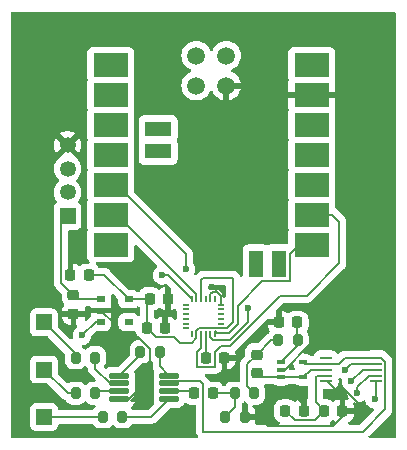
<source format=gbr>
%TF.GenerationSoftware,KiCad,Pcbnew,9.0.4*%
%TF.CreationDate,2025-10-05T21:59:59-04:00*%
%TF.ProjectId,Perpetuality,50657270-6574-4756-916c-6974792e6b69,rev?*%
%TF.SameCoordinates,Original*%
%TF.FileFunction,Copper,L1,Top*%
%TF.FilePolarity,Positive*%
%FSLAX46Y46*%
G04 Gerber Fmt 4.6, Leading zero omitted, Abs format (unit mm)*
G04 Created by KiCad (PCBNEW 9.0.4) date 2025-10-05 21:59:59*
%MOMM*%
%LPD*%
G01*
G04 APERTURE LIST*
G04 Aperture macros list*
%AMRoundRect*
0 Rectangle with rounded corners*
0 $1 Rounding radius*
0 $2 $3 $4 $5 $6 $7 $8 $9 X,Y pos of 4 corners*
0 Add a 4 corners polygon primitive as box body*
4,1,4,$2,$3,$4,$5,$6,$7,$8,$9,$2,$3,0*
0 Add four circle primitives for the rounded corners*
1,1,$1+$1,$2,$3*
1,1,$1+$1,$4,$5*
1,1,$1+$1,$6,$7*
1,1,$1+$1,$8,$9*
0 Add four rect primitives between the rounded corners*
20,1,$1+$1,$2,$3,$4,$5,0*
20,1,$1+$1,$4,$5,$6,$7,0*
20,1,$1+$1,$6,$7,$8,$9,0*
20,1,$1+$1,$8,$9,$2,$3,0*%
G04 Aperture macros list end*
%TA.AperFunction,SMDPad,CuDef*%
%ADD10RoundRect,0.050000X0.050000X-0.225000X0.050000X0.225000X-0.050000X0.225000X-0.050000X-0.225000X0*%
%TD*%
%TA.AperFunction,SMDPad,CuDef*%
%ADD11RoundRect,0.050000X-0.225000X-0.050000X0.225000X-0.050000X0.225000X0.050000X-0.225000X0.050000X0*%
%TD*%
%TA.AperFunction,SMDPad,CuDef*%
%ADD12RoundRect,0.225000X-0.225000X-0.250000X0.225000X-0.250000X0.225000X0.250000X-0.225000X0.250000X0*%
%TD*%
%TA.AperFunction,ComponentPad*%
%ADD13R,1.350000X1.350000*%
%TD*%
%TA.AperFunction,ComponentPad*%
%ADD14C,1.350000*%
%TD*%
%TA.AperFunction,SMDPad,CuDef*%
%ADD15R,0.700000X0.510000*%
%TD*%
%TA.AperFunction,SMDPad,CuDef*%
%ADD16O,1.150000X0.249999*%
%TD*%
%TA.AperFunction,SMDPad,CuDef*%
%ADD17RoundRect,0.100000X-0.225000X-0.100000X0.225000X-0.100000X0.225000X0.100000X-0.225000X0.100000X0*%
%TD*%
%TA.AperFunction,SMDPad,CuDef*%
%ADD18RoundRect,0.125000X-0.687500X-0.125000X0.687500X-0.125000X0.687500X0.125000X-0.687500X0.125000X0*%
%TD*%
%TA.AperFunction,SMDPad,CuDef*%
%ADD19R,3.000000X2.000000*%
%TD*%
%TA.AperFunction,SMDPad,CuDef*%
%ADD20RoundRect,0.750000X-0.000010X-0.000010X0.000010X-0.000010X0.000010X0.000010X-0.000010X0.000010X0*%
%TD*%
%TA.AperFunction,SMDPad,CuDef*%
%ADD21R,1.300000X2.300000*%
%TD*%
%TA.AperFunction,SMDPad,CuDef*%
%ADD22R,2.300000X1.300000*%
%TD*%
%TA.AperFunction,SMDPad,CuDef*%
%ADD23RoundRect,0.200000X-0.200000X-0.275000X0.200000X-0.275000X0.200000X0.275000X-0.200000X0.275000X0*%
%TD*%
%TA.AperFunction,SMDPad,CuDef*%
%ADD24RoundRect,0.200000X0.200000X0.275000X-0.200000X0.275000X-0.200000X-0.275000X0.200000X-0.275000X0*%
%TD*%
%TA.AperFunction,SMDPad,CuDef*%
%ADD25RoundRect,0.225000X-0.250000X0.225000X-0.250000X-0.225000X0.250000X-0.225000X0.250000X0.225000X0*%
%TD*%
%TA.AperFunction,SMDPad,CuDef*%
%ADD26RoundRect,0.225000X0.225000X0.250000X-0.225000X0.250000X-0.225000X-0.250000X0.225000X-0.250000X0*%
%TD*%
%TA.AperFunction,ViaPad*%
%ADD27C,0.600000*%
%TD*%
%TA.AperFunction,Conductor*%
%ADD28C,0.200000*%
%TD*%
G04 APERTURE END LIST*
D10*
%TO.P,U3,24,SDA/SDI*%
%TO.N,SDA*%
X66000000Y-88500000D03*
%TO.P,U3,23,SCL/SCLK*%
%TO.N,SCL*%
X66400000Y-88500000D03*
%TO.P,U3,22,~{CS}*%
%TO.N,1V8*%
X66800000Y-88500000D03*
%TO.P,U3,21,AUX_DA*%
%TO.N,unconnected-(U3-AUX_DA-Pad21)*%
X67200000Y-88500000D03*
%TO.P,U3,20,GND*%
%TO.N,GND*%
X67600000Y-88500000D03*
%TO.P,U3,19,RESV*%
%TO.N,unconnected-(U3-RESV-Pad19)*%
X68000000Y-88500000D03*
D11*
%TO.P,U3,18,GND*%
%TO.N,GND*%
X68500000Y-89000000D03*
%TO.P,U3,17,NC*%
%TO.N,unconnected-(U3-NC-Pad17)*%
X68500000Y-89400000D03*
%TO.P,U3,16,NC*%
%TO.N,unconnected-(U3-NC-Pad16)*%
X68500000Y-89800000D03*
%TO.P,U3,15,NC*%
%TO.N,unconnected-(U3-NC-Pad15)*%
X68500000Y-90200000D03*
%TO.P,U3,14,NC*%
%TO.N,unconnected-(U3-NC-Pad14)*%
X68500000Y-90600000D03*
%TO.P,U3,13,VDD*%
%TO.N,1V8*%
X68500000Y-91000000D03*
D10*
%TO.P,U3,12,INT1*%
%TO.N,INT1*%
X68000000Y-91500000D03*
%TO.P,U3,11,FSYNC*%
%TO.N,FSYNC*%
X67600000Y-91500000D03*
%TO.P,U3,10,REGOUT*%
%TO.N,Net-(U3-REGOUT)*%
X67200000Y-91500000D03*
%TO.P,U3,9,SDO/AD0*%
%TO.N,AD0*%
X66800000Y-91500000D03*
%TO.P,U3,8,VDDIO*%
%TO.N,1V8*%
X66400000Y-91500000D03*
%TO.P,U3,7,AUX_CL*%
%TO.N,unconnected-(U3-AUX_CL-Pad7)*%
X66000000Y-91500000D03*
D11*
%TO.P,U3,6,NC*%
%TO.N,unconnected-(U3-NC-Pad6)*%
X65500000Y-91000000D03*
%TO.P,U3,5,NC*%
%TO.N,unconnected-(U3-NC-Pad5)*%
X65500000Y-90600000D03*
%TO.P,U3,4,NC*%
%TO.N,unconnected-(U3-NC-Pad4)*%
X65500000Y-90200000D03*
%TO.P,U3,3,NC*%
%TO.N,unconnected-(U3-NC-Pad3)*%
X65500000Y-89800000D03*
%TO.P,U3,2,NC*%
%TO.N,unconnected-(U3-NC-Pad2)*%
X65500000Y-89400000D03*
%TO.P,U3,1,NC*%
%TO.N,unconnected-(U3-NC-Pad1)*%
X65500000Y-89000000D03*
%TD*%
D12*
%TO.P,C5,2*%
%TO.N,GND*%
X68775000Y-93500000D03*
%TO.P,C5,1*%
%TO.N,Net-(U3-REGOUT)*%
X67225000Y-93500000D03*
%TD*%
D13*
%TO.P,J4,1,Pin_1*%
%TO.N,Net-(J4-Pin_1)*%
X53500000Y-98500000D03*
%TD*%
%TO.P,J3,1,Pin_1*%
%TO.N,Net-(J3-Pin_1)*%
X53500000Y-90500000D03*
%TD*%
%TO.P,J2,1,Pin_1*%
%TO.N,Net-(J2-Pin_1)*%
X53500000Y-94500000D03*
%TD*%
%TO.P,J1,1,Pin_1*%
%TO.N,3V3*%
X55500000Y-81500000D03*
D14*
%TO.P,J1,2,Pin_2*%
%TO.N,SWDIO*%
X55500000Y-79500000D03*
%TO.P,J1,3,Pin_3*%
%TO.N,SWCLK*%
X55500000Y-77500000D03*
%TO.P,J1,4,Pin_4*%
%TO.N,GND*%
X55500000Y-75500000D03*
%TD*%
D15*
%TO.P,U2,1,IN*%
%TO.N,3V3*%
X58340000Y-88550000D03*
%TO.P,U2,2,GND*%
%TO.N,GND*%
X58340000Y-89500000D03*
%TO.P,U2,3,EN*%
%TO.N,EN*%
X58340000Y-90450000D03*
%TO.P,U2,4,PG*%
%TO.N,unconnected-(U2-PG-Pad4)*%
X60660000Y-90450000D03*
%TO.P,U2,5,OUT*%
%TO.N,1V8*%
X60660000Y-88550000D03*
%TD*%
D16*
%TO.P,U6,1,REF*%
%TO.N,+5V*%
X77375000Y-93499999D03*
%TO.P,U6,2,AVDD*%
%TO.N,+3.3V*%
X77375000Y-93999998D03*
%TO.P,U6,3,AINP*%
%TO.N,Filtered Signal*%
X77375000Y-94500000D03*
%TO.P,U6,4,AINN*%
%TO.N,Net-(U6-AINN)*%
X77375000Y-94999999D03*
%TO.P,U6,5,GND*%
%TO.N,GND*%
X77375000Y-95500001D03*
%TO.P,U6,6,CONVST*%
%TO.N,CONVST*%
X81625000Y-95500001D03*
%TO.P,U6,7,DOUT*%
%TO.N,DOUT*%
X81625000Y-94999999D03*
%TO.P,U6,8,SCLK*%
%TO.N,SCLK*%
X81625000Y-94500000D03*
%TO.P,U6,9,DIN*%
%TO.N,DIN*%
X81625000Y-93999998D03*
%TO.P,U6,10,DVDD*%
%TO.N,+3.3V*%
X81625000Y-93499999D03*
%TD*%
D17*
%TO.P,U5,1,+*%
%TO.N,Net-(U5-+)*%
X73550000Y-93850000D03*
%TO.P,U5,2,V-*%
%TO.N,GND*%
X73550000Y-94500000D03*
%TO.P,U5,3,-*%
%TO.N,Filtered Signal*%
X73550000Y-95150000D03*
%TO.P,U5,4*%
X75450000Y-95150000D03*
%TO.P,U5,5,V+*%
%TO.N,+3.3V*%
X75450000Y-93850000D03*
%TD*%
D18*
%TO.P,U4,1,Rg*%
%TO.N,Net-(R3-Pad2)*%
X59887500Y-95025000D03*
%TO.P,U4,2,-*%
%TO.N,Net-(U4--)*%
X59887500Y-95675000D03*
%TO.P,U4,3,+*%
%TO.N,Net-(U4-+)*%
X59887500Y-96325000D03*
%TO.P,U4,4,V-*%
%TO.N,GND*%
X59887500Y-96975000D03*
%TO.P,U4,5,Ref*%
%TO.N,Net-(U4-Ref)*%
X64112500Y-96975000D03*
%TO.P,U4,6*%
%TO.N,Amplified Signal*%
X64112500Y-96325000D03*
%TO.P,U4,7,V+*%
%TO.N,+3.3V*%
X64112500Y-95675000D03*
%TO.P,U4,8,Rg*%
%TO.N,Net-(R3-Pad1)*%
X64112500Y-95025000D03*
%TD*%
D19*
%TO.P,U1,1,P0.02_A0_D0*%
%TO.N,CONVST*%
X59163500Y-68683500D03*
%TO.P,U1,2,P0.03_A1_D1*%
%TO.N,DOUT*%
X59163500Y-71223500D03*
%TO.P,U1,3,P0.28_A2_D2*%
%TO.N,SCLK*%
X59163500Y-73763500D03*
%TO.P,U1,4,P0.29_A3_D3*%
%TO.N,DIN*%
X59163500Y-76303500D03*
%TO.P,U1,5,P0.04_A4_D4_SDA*%
%TO.N,SDA*%
X59163500Y-78843500D03*
%TO.P,U1,6,P0.05_A5_D5_SCL*%
%TO.N,SCL*%
X59163500Y-81383500D03*
%TO.P,U1,7,P1.11_D6_TX*%
%TO.N,FSYNC*%
X59163500Y-83923500D03*
%TO.P,U1,8,P1.12_D7_RX*%
%TO.N,INT1*%
X76163500Y-83923500D03*
%TO.P,U1,9,P1.13_D8_SCK*%
%TO.N,AD0*%
X76163500Y-81383500D03*
%TO.P,U1,10,P1.14_D9_MISO*%
%TO.N,unconnected-(U1-P1.14_D9_MISO-Pad10)*%
X76163500Y-78843500D03*
%TO.P,U1,11,P1.15_D10_MOSI*%
%TO.N,EN*%
X76163500Y-76303500D03*
%TO.P,U1,12,3V3*%
%TO.N,3V3*%
X76163500Y-73763500D03*
%TO.P,U1,13,GND*%
%TO.N,GND*%
X76163500Y-71223500D03*
%TO.P,U1,14,5V*%
%TO.N,unconnected-(U1-5V-Pad14)*%
X76163500Y-68683500D03*
D20*
%TO.P,U1,15,PA31_SWDIO*%
%TO.N,SWDIO*%
X66393500Y-67913500D03*
%TO.P,U1,16,PA30_SWCLK*%
%TO.N,SWCLK*%
X68933500Y-67913500D03*
%TO.P,U1,17,RESET*%
%TO.N,unconnected-(U1-RESET-Pad17)*%
X66393500Y-70453500D03*
%TO.P,U1,18,GND*%
%TO.N,GND*%
X68933500Y-70453500D03*
D21*
%TO.P,U1,19,NFC1*%
%TO.N,unconnected-(U1-NFC1-Pad19)*%
X71463500Y-85553500D03*
%TO.P,U1,20,NFC2*%
%TO.N,unconnected-(U1-NFC2-Pad20)*%
X73363500Y-85553500D03*
D22*
%TO.P,U1,21,BAT*%
%TO.N,unconnected-(U1-BAT-Pad21)*%
X63163500Y-74103500D03*
%TO.P,U1,22,GND*%
%TO.N,Net-(U1-GND-Pad22)*%
X63163500Y-76003500D03*
%TD*%
D23*
%TO.P,R7,1*%
%TO.N,Net-(C8-Pad1)*%
X73350000Y-92000000D03*
%TO.P,R7,2*%
%TO.N,Net-(U5-+)*%
X75000000Y-92000000D03*
%TD*%
%TO.P,R6,1*%
%TO.N,High-pass Signal*%
X69675000Y-96500000D03*
%TO.P,R6,2*%
%TO.N,Net-(C8-Pad1)*%
X71325000Y-96500000D03*
%TD*%
D24*
%TO.P,R5,1*%
%TO.N,GND*%
X70500000Y-98500000D03*
%TO.P,R5,2*%
%TO.N,High-pass Signal*%
X68850000Y-98500000D03*
%TD*%
D23*
%TO.P,R4,1*%
%TO.N,Net-(J4-Pin_1)*%
X58500000Y-98500000D03*
%TO.P,R4,2*%
%TO.N,Net-(U4-Ref)*%
X60150000Y-98500000D03*
%TD*%
D24*
%TO.P,R3,1*%
%TO.N,Net-(R3-Pad1)*%
X63325000Y-93000000D03*
%TO.P,R3,2*%
%TO.N,Net-(R3-Pad2)*%
X61675000Y-93000000D03*
%TD*%
D23*
%TO.P,R2,1*%
%TO.N,Net-(J3-Pin_1)*%
X56175000Y-93500000D03*
%TO.P,R2,2*%
%TO.N,Net-(U4--)*%
X57825000Y-93500000D03*
%TD*%
%TO.P,R1,1*%
%TO.N,Net-(J2-Pin_1)*%
X56175000Y-96500000D03*
%TO.P,R1,2*%
%TO.N,Net-(U4-+)*%
X57825000Y-96500000D03*
%TD*%
D12*
%TO.P,C10,1*%
%TO.N,Net-(U6-AINN)*%
X73950000Y-98000000D03*
%TO.P,C10,2*%
%TO.N,GND*%
X75500000Y-98000000D03*
%TD*%
%TO.P,C9,1*%
%TO.N,Net-(U6-AINN)*%
X77225000Y-98000000D03*
%TO.P,C9,2*%
%TO.N,GND*%
X78775000Y-98000000D03*
%TD*%
D25*
%TO.P,C8,1*%
%TO.N,Net-(C8-Pad1)*%
X71500000Y-93225000D03*
%TO.P,C8,2*%
%TO.N,Filtered Signal*%
X71500000Y-94775000D03*
%TD*%
D12*
%TO.P,C7,1*%
%TO.N,GND*%
X73400000Y-90500000D03*
%TO.P,C7,2*%
%TO.N,Net-(U5-+)*%
X74950000Y-90500000D03*
%TD*%
%TO.P,C6,1*%
%TO.N,Amplified Signal*%
X66225000Y-96500000D03*
%TO.P,C6,2*%
%TO.N,High-pass Signal*%
X67775000Y-96500000D03*
%TD*%
D26*
%TO.P,C4,1*%
%TO.N,1V8*%
X57275000Y-86500000D03*
%TO.P,C4,2*%
%TO.N,GND*%
X55725000Y-86500000D03*
%TD*%
D12*
%TO.P,C3,1*%
%TO.N,1V8*%
X62225000Y-91000000D03*
%TO.P,C3,2*%
%TO.N,GND*%
X63775000Y-91000000D03*
%TD*%
%TO.P,C2,1*%
%TO.N,1V8*%
X62450000Y-88500000D03*
%TO.P,C2,2*%
%TO.N,GND*%
X64000000Y-88500000D03*
%TD*%
D25*
%TO.P,C1,1*%
%TO.N,3V3*%
X56000000Y-88225000D03*
%TO.P,C1,2*%
%TO.N,GND*%
X56000000Y-89775000D03*
%TD*%
D27*
%TO.N,GND*%
X67750000Y-87500000D03*
X61000000Y-86000000D03*
X51750000Y-86500000D03*
X64500000Y-99000000D03*
X71750000Y-97750000D03*
X75250000Y-96500000D03*
X73000000Y-96500000D03*
X70750000Y-75250000D03*
%TO.N,FSYNC*%
X59250000Y-84000000D03*
X70750000Y-89250000D03*
%TO.N,EN*%
X56722983Y-91611042D03*
X76163500Y-76303500D03*
%TO.N,3V3*%
X76163500Y-73763500D03*
%TO.N,GND*%
X68933500Y-70453500D03*
%TO.N,SWCLK*%
X68933500Y-67913500D03*
%TO.N,unconnected-(U1-RESET-Pad17)*%
X66393500Y-70453500D03*
%TO.N,SWDIO*%
X66393500Y-67913500D03*
%TO.N,SDA*%
X63500000Y-86500000D03*
X65500000Y-86000000D03*
%TO.N,CONVST*%
X59163500Y-68683500D03*
%TO.N,DOUT*%
X59163500Y-71223500D03*
%TO.N,SCLK*%
X59163500Y-73763500D03*
%TO.N,DIN*%
X59163500Y-76303500D03*
%TO.N,CONVST*%
X81500000Y-97000000D03*
%TO.N,DOUT*%
X80000000Y-96500000D03*
%TO.N,SCLK*%
X79500000Y-95500000D03*
%TO.N,DIN*%
X79000000Y-94500000D03*
%TD*%
D28*
%TO.N,GND*%
X68500000Y-88227226D02*
X68261387Y-87988613D01*
X67750000Y-87500000D02*
X67772774Y-87500000D01*
X67772774Y-87500000D02*
X68261387Y-87988613D01*
%TO.N,1V8*%
X66800000Y-88500000D02*
X66800000Y-86950000D01*
X69000000Y-91000000D02*
X68500000Y-91000000D01*
X67000000Y-86750000D02*
X69500000Y-86750000D01*
X66800000Y-86950000D02*
X67000000Y-86750000D01*
X69500000Y-86750000D02*
X69500000Y-90500000D01*
X69500000Y-90500000D02*
X69000000Y-91000000D01*
%TO.N,+3.3V*%
X64112500Y-95675000D02*
X64287500Y-95500000D01*
X67000000Y-95750000D02*
X67000000Y-99750000D01*
X67000000Y-99750000D02*
X80500000Y-99750000D01*
X82400000Y-93824999D02*
X82075000Y-93499999D01*
X64287500Y-95500000D02*
X66750000Y-95500000D01*
X66750000Y-95500000D02*
X67000000Y-95750000D01*
X82075000Y-93499999D02*
X81625000Y-93499999D01*
X80500000Y-99750000D02*
X82400000Y-97850000D01*
X82400000Y-97850000D02*
X82400000Y-93824999D01*
%TO.N,GND*%
X72500000Y-99250000D02*
X78000000Y-99250000D01*
X71750000Y-98500000D02*
X72500000Y-99250000D01*
X78000000Y-99250000D02*
X78775000Y-98475000D01*
X78775000Y-98475000D02*
X78775000Y-98000000D01*
X75500000Y-98000000D02*
X75500000Y-97500000D01*
X75500000Y-97500000D02*
X74500000Y-96500000D01*
X74500000Y-96500000D02*
X73750000Y-96500000D01*
X73750000Y-96500000D02*
X71750000Y-98500000D01*
X71750000Y-98500000D02*
X70500000Y-98500000D01*
X78775000Y-98000000D02*
X80250000Y-98000000D01*
X80250000Y-98000000D02*
X80500000Y-97750000D01*
X79250000Y-96500000D02*
X80500000Y-97750000D01*
X78500000Y-96500000D02*
X79250000Y-96500000D01*
X76124998Y-92250000D02*
X76500000Y-92250000D01*
X75937499Y-92437499D02*
X76124998Y-92250000D01*
%TO.N,FSYNC*%
X67600000Y-91500000D02*
X67600000Y-91775000D01*
X70750000Y-90465602D02*
X70750000Y-89250000D01*
X67600000Y-91775000D02*
X67825000Y-92000000D01*
X67825000Y-92000000D02*
X69215602Y-92000000D01*
X69215602Y-92000000D02*
X70750000Y-90465602D01*
%TO.N,1V8*%
X68500000Y-91000000D02*
X66625000Y-91000000D01*
X66625000Y-91000000D02*
X66400000Y-91225000D01*
X66400000Y-91225000D02*
X66400000Y-91500000D01*
%TO.N,GND*%
X58340000Y-89500000D02*
X59500000Y-90660000D01*
X61500000Y-91750000D02*
X62500000Y-92750000D01*
X59500000Y-90660000D02*
X59500000Y-91750000D01*
X59500000Y-91750000D02*
X61500000Y-91750000D01*
X60699999Y-96975000D02*
X59887500Y-96975000D01*
X62500000Y-92750000D02*
X62500000Y-95174999D01*
X62500000Y-95174999D02*
X60699999Y-96975000D01*
%TO.N,1V8*%
X65000000Y-92250000D02*
X66000000Y-92250000D01*
X66000000Y-92250000D02*
X66400000Y-91850000D01*
X64500000Y-91750000D02*
X65000000Y-92250000D01*
X66400000Y-91850000D02*
X66400000Y-91500000D01*
X62250000Y-91000000D02*
X63000000Y-91750000D01*
X63000000Y-91750000D02*
X64500000Y-91750000D01*
X62225000Y-91000000D02*
X62250000Y-91000000D01*
%TO.N,AD0*%
X66800000Y-91500000D02*
X66800000Y-92700000D01*
X69250000Y-92500000D02*
X73500000Y-88250000D01*
X78500000Y-85500000D02*
X78500000Y-82000000D01*
X66500000Y-94250000D02*
X68000000Y-94250000D01*
X78500000Y-82000000D02*
X77883500Y-81383500D01*
X75750000Y-88250000D02*
X78500000Y-85500000D01*
X68000000Y-94250000D02*
X68000000Y-93000000D01*
X68500000Y-92500000D02*
X69250000Y-92500000D01*
X68000000Y-93000000D02*
X68500000Y-92500000D01*
X73500000Y-88250000D02*
X75750000Y-88250000D01*
X66500000Y-93000000D02*
X66500000Y-94250000D01*
X66800000Y-92700000D02*
X66500000Y-93000000D01*
X77883500Y-81383500D02*
X76163500Y-81383500D01*
%TO.N,Net-(U3-REGOUT)*%
X67225000Y-93500000D02*
X67225000Y-91525000D01*
X67225000Y-91525000D02*
X67200000Y-91500000D01*
X67200000Y-91500000D02*
X67200000Y-91870774D01*
X67200000Y-91870774D02*
X67199000Y-91871774D01*
%TO.N,GND*%
X68500000Y-89000000D02*
X68500000Y-88227226D01*
X68261387Y-87988613D02*
X68173774Y-87901000D01*
X67600000Y-88129226D02*
X67600000Y-88500000D01*
X68173774Y-87901000D02*
X67828226Y-87901000D01*
X67828226Y-87901000D02*
X67600000Y-88129226D01*
%TO.N,3V3*%
X55500000Y-81500000D02*
X54974000Y-82026000D01*
X54974000Y-82026000D02*
X54974000Y-87199000D01*
X54974000Y-87199000D02*
X56000000Y-88225000D01*
%TO.N,EN*%
X56722983Y-91611042D02*
X57884025Y-90450000D01*
X57884025Y-90450000D02*
X58340000Y-90450000D01*
%TO.N,SDA*%
X65500000Y-86000000D02*
X65500000Y-84680000D01*
X65500000Y-84680000D02*
X59663500Y-78843500D01*
X59663500Y-78843500D02*
X59163500Y-78843500D01*
X63500000Y-86500000D02*
X64000000Y-86500000D01*
X64000000Y-86500000D02*
X66000000Y-88500000D01*
%TO.N,INT1*%
X68000000Y-91500000D02*
X68000000Y-91272774D01*
X68000000Y-91272774D02*
X68128226Y-91401000D01*
X68128226Y-91401000D02*
X69166100Y-91401000D01*
X69166100Y-91401000D02*
X69901000Y-90666100D01*
X69901000Y-89099000D02*
X71995500Y-87004500D01*
X69901000Y-90666100D02*
X69901000Y-89099000D01*
X71995500Y-87004500D02*
X74314500Y-87004500D01*
X74314500Y-87004500D02*
X74314500Y-84685500D01*
X74314500Y-84685500D02*
X75076500Y-83923500D01*
X75076500Y-83923500D02*
X76163500Y-83923500D01*
%TO.N,GND*%
X73550000Y-94500000D02*
X73874999Y-94500000D01*
X73874999Y-94500000D02*
X75937499Y-92437499D01*
X77500001Y-95500001D02*
X78500000Y-96500000D01*
X77375000Y-95500001D02*
X77500001Y-95500001D01*
%TO.N,CONVST*%
X81625000Y-96875000D02*
X81500000Y-97000000D01*
X81625000Y-95500001D02*
X81625000Y-96875000D01*
%TO.N,DOUT*%
X81625000Y-94999999D02*
X81000001Y-94999999D01*
X81000001Y-94999999D02*
X80000000Y-96000000D01*
X80000000Y-96000000D02*
X80000000Y-96500000D01*
%TO.N,SCLK*%
X80500000Y-94500000D02*
X79500000Y-95500000D01*
X81625000Y-94500000D02*
X80500000Y-94500000D01*
X81625000Y-94500000D02*
X81500000Y-94500000D01*
%TO.N,DIN*%
X79500002Y-93999998D02*
X79000000Y-94500000D01*
X81625000Y-93999998D02*
X79500002Y-93999998D01*
%TO.N,+3.3V*%
X77375000Y-93999998D02*
X78500000Y-93999998D01*
X78500000Y-93999998D02*
X78999999Y-93499999D01*
X78999999Y-93499999D02*
X81625000Y-93499999D01*
%TO.N,SCL*%
X59163500Y-81383500D02*
X59663500Y-81383500D01*
X59663500Y-81383500D02*
X66400000Y-88120000D01*
X66400000Y-88120000D02*
X66400000Y-88500000D01*
%TO.N,1V8*%
X62225000Y-91000000D02*
X62225000Y-88725000D01*
X62225000Y-88725000D02*
X62450000Y-88500000D01*
X60660000Y-88550000D02*
X62400000Y-88550000D01*
X62400000Y-88550000D02*
X62450000Y-88500000D01*
X57275000Y-86500000D02*
X58610000Y-86500000D01*
X58610000Y-86500000D02*
X60660000Y-88550000D01*
%TO.N,3V3*%
X58340000Y-88550000D02*
X56325000Y-88550000D01*
X56325000Y-88550000D02*
X56000000Y-88225000D01*
%TO.N,Net-(J3-Pin_1)*%
X53500000Y-90500000D02*
X56175000Y-93175000D01*
X56175000Y-93175000D02*
X56175000Y-93500000D01*
%TO.N,Net-(J4-Pin_1)*%
X53500000Y-98500000D02*
X58500000Y-98500000D01*
%TO.N,Net-(J2-Pin_1)*%
X53500000Y-94500000D02*
X55500000Y-96500000D01*
X55500000Y-96500000D02*
X56175000Y-96500000D01*
%TO.N,Net-(R3-Pad1)*%
X63325000Y-93000000D02*
X63325000Y-94237500D01*
X63325000Y-94237500D02*
X64112500Y-95025000D01*
%TO.N,Net-(R3-Pad2)*%
X59887500Y-95025000D02*
X61675000Y-93237500D01*
X61675000Y-93237500D02*
X61675000Y-93000000D01*
%TO.N,Net-(U4--)*%
X59887500Y-95675000D02*
X59075001Y-95675000D01*
X59075001Y-95675000D02*
X57825000Y-94424999D01*
X57825000Y-94424999D02*
X57825000Y-93500000D01*
%TO.N,Net-(U4-+)*%
X59887500Y-96325000D02*
X58000000Y-96325000D01*
X58000000Y-96325000D02*
X57825000Y-96500000D01*
%TO.N,Net-(U4-Ref)*%
X60150000Y-98500000D02*
X62587500Y-98500000D01*
X62587500Y-98500000D02*
X64112500Y-96975000D01*
%TO.N,+3.3V*%
X75450000Y-93850000D02*
X75599998Y-93999998D01*
X75599998Y-93999998D02*
X77375000Y-93999998D01*
%TO.N,Net-(U5-+)*%
X74950000Y-90500000D02*
X74950000Y-91950000D01*
X74950000Y-91950000D02*
X75000000Y-92000000D01*
X73550000Y-93850000D02*
X75000000Y-92400000D01*
X75000000Y-92400000D02*
X75000000Y-92000000D01*
%TO.N,Net-(C8-Pad1)*%
X73350000Y-92000000D02*
X72725000Y-92000000D01*
X72725000Y-92000000D02*
X71500000Y-93225000D01*
X71325000Y-96500000D02*
X70724000Y-95899000D01*
X70724000Y-95899000D02*
X70724000Y-94001000D01*
X70724000Y-94001000D02*
X71500000Y-93225000D01*
%TO.N,Filtered Signal*%
X71500000Y-94775000D02*
X71875000Y-95150000D01*
X71875000Y-95150000D02*
X73550000Y-95150000D01*
%TO.N,Net-(U6-AINN)*%
X73950000Y-98000000D02*
X74726000Y-98776000D01*
X74726000Y-98776000D02*
X76449000Y-98776000D01*
X76449000Y-98776000D02*
X77225000Y-98000000D01*
X77225000Y-98000000D02*
X76499000Y-97274000D01*
X76499000Y-97274000D02*
X76499000Y-95100999D01*
X76499000Y-95100999D02*
X76600000Y-94999999D01*
X76600000Y-94999999D02*
X77375000Y-94999999D01*
%TO.N,Filtered Signal*%
X75450000Y-95150000D02*
X76100000Y-94500000D01*
X76100000Y-94500000D02*
X77375000Y-94500000D01*
X73550000Y-95150000D02*
X75450000Y-95150000D01*
%TO.N,High-pass Signal*%
X69675000Y-96500000D02*
X69675000Y-97675000D01*
X69675000Y-97675000D02*
X68850000Y-98500000D01*
X67775000Y-96500000D02*
X69675000Y-96500000D01*
%TO.N,Amplified Signal*%
X64112500Y-96325000D02*
X66050000Y-96325000D01*
X66050000Y-96325000D02*
X66225000Y-96500000D01*
%TO.N,AD0*%
X66800000Y-91703674D02*
X66800000Y-91500000D01*
%TD*%
%TA.AperFunction,Conductor*%
%TO.N,GND*%
G36*
X83242539Y-64220185D02*
G01*
X83288294Y-64272989D01*
X83299500Y-64324500D01*
X83299500Y-100175500D01*
X83279815Y-100242539D01*
X83227011Y-100288294D01*
X83175500Y-100299500D01*
X81099096Y-100299500D01*
X81032057Y-100279815D01*
X80986302Y-100227011D01*
X80976358Y-100157853D01*
X81005383Y-100094297D01*
X81011415Y-100087819D01*
X81430143Y-99669091D01*
X82880520Y-98218716D01*
X82959577Y-98081784D01*
X83000501Y-97929057D01*
X83000501Y-97770942D01*
X83000501Y-97763347D01*
X83000500Y-97763329D01*
X83000500Y-93745941D01*
X82996706Y-93731783D01*
X82996705Y-93731780D01*
X82974658Y-93649499D01*
X82974658Y-93649498D01*
X82959578Y-93593217D01*
X82959576Y-93593212D01*
X82880524Y-93456289D01*
X82880521Y-93456285D01*
X82880520Y-93456283D01*
X82768716Y-93344479D01*
X82768715Y-93344478D01*
X82764385Y-93340148D01*
X82764374Y-93340138D01*
X82640687Y-93216451D01*
X82625269Y-93197665D01*
X82560858Y-93101266D01*
X82560856Y-93101263D01*
X82473736Y-93014143D01*
X82415902Y-92975500D01*
X82371286Y-92945689D01*
X82367925Y-92944297D01*
X82257452Y-92898537D01*
X82257444Y-92898535D01*
X82136611Y-92874500D01*
X82136607Y-92874500D01*
X81113393Y-92874500D01*
X81004549Y-92896150D01*
X80999687Y-92897117D01*
X80975497Y-92899499D01*
X78920939Y-92899499D01*
X78880018Y-92910463D01*
X78880018Y-92910464D01*
X78850114Y-92918477D01*
X78768213Y-92940422D01*
X78768208Y-92940425D01*
X78631289Y-93019474D01*
X78631281Y-93019480D01*
X78519477Y-93131285D01*
X78519470Y-93131292D01*
X78513275Y-93137486D01*
X78451949Y-93170966D01*
X78382258Y-93165976D01*
X78326328Y-93124100D01*
X78322507Y-93118700D01*
X78315149Y-93107688D01*
X78310857Y-93101264D01*
X78223736Y-93014143D01*
X78165902Y-92975500D01*
X78121286Y-92945689D01*
X78117925Y-92944297D01*
X78007452Y-92898537D01*
X78007444Y-92898535D01*
X77886611Y-92874500D01*
X77886607Y-92874500D01*
X76863393Y-92874500D01*
X76863388Y-92874500D01*
X76742555Y-92898535D01*
X76742547Y-92898537D01*
X76628715Y-92945688D01*
X76526263Y-93014143D01*
X76439143Y-93101263D01*
X76370687Y-93203715D01*
X76327391Y-93308243D01*
X76283550Y-93362646D01*
X76217255Y-93384711D01*
X76149556Y-93367432D01*
X76114456Y-93336279D01*
X76103284Y-93321721D01*
X76103282Y-93321718D01*
X75977841Y-93225464D01*
X75977836Y-93225462D01*
X75831762Y-93164956D01*
X75831760Y-93164955D01*
X75714362Y-93149500D01*
X75552257Y-93149500D01*
X75485218Y-93129815D01*
X75439463Y-93077011D01*
X75429519Y-93007853D01*
X75458544Y-92944297D01*
X75488107Y-92919383D01*
X75489601Y-92918479D01*
X75489606Y-92918478D01*
X75635185Y-92830472D01*
X75755472Y-92710185D01*
X75843478Y-92564606D01*
X75894086Y-92402196D01*
X75900500Y-92331616D01*
X75900500Y-91668384D01*
X75894086Y-91597804D01*
X75843478Y-91435394D01*
X75764438Y-91304647D01*
X75746603Y-91237095D01*
X75765017Y-91175402D01*
X75837003Y-91058697D01*
X75890349Y-90897708D01*
X75900500Y-90798345D01*
X75900499Y-90201656D01*
X75894928Y-90147123D01*
X75890349Y-90102292D01*
X75890348Y-90102289D01*
X75872461Y-90048309D01*
X75837003Y-89941303D01*
X75836999Y-89941297D01*
X75836998Y-89941294D01*
X75747970Y-89796959D01*
X75747967Y-89796955D01*
X75628044Y-89677032D01*
X75628040Y-89677029D01*
X75483705Y-89588001D01*
X75483699Y-89587998D01*
X75483697Y-89587997D01*
X75464283Y-89581564D01*
X75322709Y-89534651D01*
X75223346Y-89524500D01*
X74676662Y-89524500D01*
X74676644Y-89524501D01*
X74577292Y-89534650D01*
X74577289Y-89534651D01*
X74416305Y-89587996D01*
X74416294Y-89588001D01*
X74271959Y-89677029D01*
X74271953Y-89677033D01*
X74262324Y-89686663D01*
X74201000Y-89720146D01*
X74131308Y-89715159D01*
X74086965Y-89686660D01*
X74077732Y-89677427D01*
X74077728Y-89677424D01*
X73933492Y-89588457D01*
X73933481Y-89588452D01*
X73772606Y-89535144D01*
X73673322Y-89525000D01*
X73650000Y-89525000D01*
X73650000Y-90376000D01*
X73630315Y-90443039D01*
X73577511Y-90488794D01*
X73526000Y-90500000D01*
X73400000Y-90500000D01*
X73400000Y-90626000D01*
X73380315Y-90693039D01*
X73327511Y-90738794D01*
X73276000Y-90750000D01*
X72450001Y-90750000D01*
X72450001Y-90798322D01*
X72460144Y-90897607D01*
X72513452Y-91058481D01*
X72513457Y-91058492D01*
X72585272Y-91174921D01*
X72589237Y-91189414D01*
X72597707Y-91201829D01*
X72598273Y-91222433D01*
X72603713Y-91242313D01*
X72599244Y-91257787D01*
X72599626Y-91271673D01*
X72585851Y-91304168D01*
X72525485Y-91404026D01*
X72481368Y-91447263D01*
X72356287Y-91519477D01*
X72356282Y-91519481D01*
X71637582Y-92238181D01*
X71576259Y-92271666D01*
X71549901Y-92274500D01*
X71201662Y-92274500D01*
X71201644Y-92274501D01*
X71102292Y-92284650D01*
X71102289Y-92284651D01*
X70941305Y-92337996D01*
X70941294Y-92338001D01*
X70796959Y-92427029D01*
X70796955Y-92427032D01*
X70677032Y-92546955D01*
X70677029Y-92546959D01*
X70588001Y-92691294D01*
X70587996Y-92691305D01*
X70534651Y-92852290D01*
X70524500Y-92951647D01*
X70524500Y-93299901D01*
X70515854Y-93329344D01*
X70509332Y-93359327D01*
X70505577Y-93364342D01*
X70504815Y-93366940D01*
X70488185Y-93387577D01*
X70355286Y-93520478D01*
X70355285Y-93520478D01*
X70355284Y-93520479D01*
X70243479Y-93632284D01*
X70233540Y-93649500D01*
X70202241Y-93703713D01*
X70188024Y-93728338D01*
X70164423Y-93769214D01*
X70162302Y-93777129D01*
X70123499Y-93921943D01*
X70123499Y-93921945D01*
X70123499Y-94090046D01*
X70123500Y-94090059D01*
X70123500Y-95406158D01*
X70103815Y-95473197D01*
X70051011Y-95518952D01*
X69988279Y-95529649D01*
X69953714Y-95526508D01*
X69931616Y-95524500D01*
X69418384Y-95524500D01*
X69399145Y-95526248D01*
X69347807Y-95530913D01*
X69185393Y-95581522D01*
X69039811Y-95669530D01*
X68919530Y-95789811D01*
X68910260Y-95805146D01*
X68892188Y-95835042D01*
X68889402Y-95839650D01*
X68881467Y-95846916D01*
X68876998Y-95856703D01*
X68856150Y-95870100D01*
X68837874Y-95886838D01*
X68825719Y-95889657D01*
X68818220Y-95894477D01*
X68783285Y-95899500D01*
X68705425Y-95899500D01*
X68638386Y-95879815D01*
X68599887Y-95840598D01*
X68572968Y-95796956D01*
X68453044Y-95677032D01*
X68453040Y-95677029D01*
X68308705Y-95588001D01*
X68308699Y-95587998D01*
X68308697Y-95587997D01*
X68281069Y-95578842D01*
X68147709Y-95534651D01*
X68048352Y-95524500D01*
X68048345Y-95524500D01*
X67634797Y-95524500D01*
X67567758Y-95504815D01*
X67527410Y-95462500D01*
X67480522Y-95381287D01*
X67480521Y-95381286D01*
X67480520Y-95381284D01*
X67368716Y-95269480D01*
X67368715Y-95269479D01*
X67364385Y-95265149D01*
X67364374Y-95265139D01*
X67237590Y-95138355D01*
X67237588Y-95138352D01*
X67161417Y-95062181D01*
X67127932Y-95000858D01*
X67132916Y-94931166D01*
X67174788Y-94875233D01*
X67240252Y-94850816D01*
X67249098Y-94850500D01*
X68079055Y-94850500D01*
X68079057Y-94850500D01*
X68231784Y-94809577D01*
X68368716Y-94730520D01*
X68480520Y-94618716D01*
X68559577Y-94481784D01*
X68561395Y-94474999D01*
X69025000Y-94474999D01*
X69048308Y-94474999D01*
X69048322Y-94474998D01*
X69147607Y-94464855D01*
X69308481Y-94411547D01*
X69308492Y-94411542D01*
X69452728Y-94322575D01*
X69452732Y-94322572D01*
X69572572Y-94202732D01*
X69572575Y-94202728D01*
X69661542Y-94058492D01*
X69661547Y-94058481D01*
X69714855Y-93897606D01*
X69724999Y-93798322D01*
X69725000Y-93798309D01*
X69725000Y-93750000D01*
X69025000Y-93750000D01*
X69025000Y-94474999D01*
X68561395Y-94474999D01*
X68600500Y-94329057D01*
X68600500Y-93624000D01*
X68620185Y-93556961D01*
X68672989Y-93511206D01*
X68724500Y-93500000D01*
X68775000Y-93500000D01*
X68775000Y-93374000D01*
X68794685Y-93306961D01*
X68847489Y-93261206D01*
X68899000Y-93250000D01*
X69724999Y-93250000D01*
X69724999Y-93201692D01*
X69724998Y-93201677D01*
X69714855Y-93102392D01*
X69684652Y-93011244D01*
X69684116Y-92995682D01*
X69678674Y-92981093D01*
X69682940Y-92961476D01*
X69682250Y-92941416D01*
X69690417Y-92927094D01*
X69693522Y-92912819D01*
X69714669Y-92884568D01*
X69714672Y-92884564D01*
X69730520Y-92868716D01*
X69730520Y-92868713D01*
X69736494Y-92862740D01*
X72312916Y-90286318D01*
X72374239Y-90252834D01*
X72400597Y-90250000D01*
X73150000Y-90250000D01*
X73150000Y-89500596D01*
X73169685Y-89433557D01*
X73186311Y-89412923D01*
X73712417Y-88886819D01*
X73773740Y-88853334D01*
X73800098Y-88850500D01*
X75663331Y-88850500D01*
X75663347Y-88850501D01*
X75670943Y-88850501D01*
X75829054Y-88850501D01*
X75829057Y-88850501D01*
X75981785Y-88809577D01*
X76031904Y-88780639D01*
X76118716Y-88730520D01*
X76230520Y-88618716D01*
X76230520Y-88618714D01*
X76240728Y-88608507D01*
X76240730Y-88608504D01*
X78858506Y-85990728D01*
X78858511Y-85990724D01*
X78868714Y-85980520D01*
X78868716Y-85980520D01*
X78980520Y-85868716D01*
X79039532Y-85766503D01*
X79059577Y-85731785D01*
X79100500Y-85579058D01*
X79100500Y-85420943D01*
X79100500Y-82089060D01*
X79100501Y-82089047D01*
X79100501Y-81920944D01*
X79059576Y-81768214D01*
X79059573Y-81768209D01*
X78980524Y-81631290D01*
X78980518Y-81631282D01*
X78373398Y-81024163D01*
X78364021Y-81014786D01*
X78364020Y-81014784D01*
X78252216Y-80902980D01*
X78214722Y-80881333D01*
X78205040Y-80872618D01*
X78193268Y-80853516D01*
X78177783Y-80837276D01*
X78174227Y-80822621D01*
X78168383Y-80813137D01*
X78168639Y-80799583D01*
X78163999Y-80780456D01*
X78163999Y-80335629D01*
X78163998Y-80335623D01*
X78163997Y-80335616D01*
X78157591Y-80276017D01*
X78153775Y-80265787D01*
X78113138Y-80156833D01*
X78108154Y-80087142D01*
X78113138Y-80070167D01*
X78157591Y-79950982D01*
X78164000Y-79891373D01*
X78163999Y-77795628D01*
X78157591Y-77736017D01*
X78113137Y-77616832D01*
X78108154Y-77547142D01*
X78113138Y-77530167D01*
X78157591Y-77410982D01*
X78157967Y-77407486D01*
X78164000Y-77351373D01*
X78163999Y-75255628D01*
X78157591Y-75196017D01*
X78113137Y-75076832D01*
X78108154Y-75007142D01*
X78113138Y-74990167D01*
X78157591Y-74870983D01*
X78164000Y-74811373D01*
X78163999Y-72715628D01*
X78157591Y-72656017D01*
X78112870Y-72536115D01*
X78107887Y-72466427D01*
X78112871Y-72449451D01*
X78157097Y-72330876D01*
X78157098Y-72330872D01*
X78163499Y-72271344D01*
X78163500Y-72271327D01*
X78163500Y-71473500D01*
X74163500Y-71473500D01*
X74163500Y-72271344D01*
X74169901Y-72330872D01*
X74169903Y-72330882D01*
X74214127Y-72449453D01*
X74219111Y-72519144D01*
X74214127Y-72536117D01*
X74169409Y-72656014D01*
X74169408Y-72656016D01*
X74163001Y-72715616D01*
X74163001Y-72715623D01*
X74163000Y-72715635D01*
X74163000Y-74811370D01*
X74163001Y-74811376D01*
X74169408Y-74870983D01*
X74213861Y-74990167D01*
X74218845Y-75059859D01*
X74213861Y-75076833D01*
X74169408Y-75196017D01*
X74163001Y-75255616D01*
X74163001Y-75255623D01*
X74163000Y-75255635D01*
X74163000Y-77351370D01*
X74163001Y-77351376D01*
X74169408Y-77410983D01*
X74213861Y-77530167D01*
X74218845Y-77599859D01*
X74213861Y-77616833D01*
X74169408Y-77736017D01*
X74165189Y-77775264D01*
X74163001Y-77795623D01*
X74163000Y-77795635D01*
X74163000Y-79891370D01*
X74163001Y-79891376D01*
X74169408Y-79950983D01*
X74213861Y-80070167D01*
X74218845Y-80139859D01*
X74213861Y-80156833D01*
X74169408Y-80276017D01*
X74163001Y-80335616D01*
X74163001Y-80335623D01*
X74163000Y-80335635D01*
X74163000Y-82431370D01*
X74163001Y-82431376D01*
X74169408Y-82490983D01*
X74213861Y-82610167D01*
X74218845Y-82679859D01*
X74213861Y-82696833D01*
X74169408Y-82816017D01*
X74163001Y-82875616D01*
X74163000Y-82875635D01*
X74163000Y-83779000D01*
X74143315Y-83846039D01*
X74090511Y-83891794D01*
X74039000Y-83903000D01*
X72665629Y-83903000D01*
X72665623Y-83903001D01*
X72606016Y-83909408D01*
X72462859Y-83962803D01*
X72462214Y-83961075D01*
X72404647Y-83973595D01*
X72364511Y-83961810D01*
X72364141Y-83962803D01*
X72220982Y-83909408D01*
X72220983Y-83909408D01*
X72161383Y-83903001D01*
X72161381Y-83903000D01*
X72161373Y-83903000D01*
X72161364Y-83903000D01*
X70765629Y-83903000D01*
X70765623Y-83903001D01*
X70706016Y-83909408D01*
X70571171Y-83959702D01*
X70571164Y-83959706D01*
X70455955Y-84045952D01*
X70455952Y-84045955D01*
X70369706Y-84161164D01*
X70369702Y-84161171D01*
X70319408Y-84296017D01*
X70313001Y-84355616D01*
X70313000Y-84355635D01*
X70313000Y-86522134D01*
X70293315Y-86589173D01*
X70240511Y-86634928D01*
X70171353Y-86644872D01*
X70107797Y-86615847D01*
X70070023Y-86557069D01*
X70069243Y-86554291D01*
X70059577Y-86518216D01*
X70043911Y-86491081D01*
X69980524Y-86381290D01*
X69980518Y-86381282D01*
X69868717Y-86269481D01*
X69868709Y-86269475D01*
X69731790Y-86190426D01*
X69731786Y-86190424D01*
X69731784Y-86190423D01*
X69579057Y-86149500D01*
X69579056Y-86149500D01*
X67086670Y-86149500D01*
X67086654Y-86149499D01*
X67079058Y-86149499D01*
X66920943Y-86149499D01*
X66844579Y-86169961D01*
X66768214Y-86190423D01*
X66768209Y-86190426D01*
X66631290Y-86269475D01*
X66631282Y-86269481D01*
X66431284Y-86469480D01*
X66431260Y-86469504D01*
X66429420Y-86471343D01*
X66368088Y-86504811D01*
X66298398Y-86499808D01*
X66242476Y-86457921D01*
X66218077Y-86392450D01*
X66227201Y-86336187D01*
X66269737Y-86233497D01*
X66300500Y-86078842D01*
X66300500Y-85921158D01*
X66300500Y-85921155D01*
X66300499Y-85921153D01*
X66291957Y-85878210D01*
X66269737Y-85766503D01*
X66255357Y-85731786D01*
X66209397Y-85620827D01*
X66209390Y-85620814D01*
X66121398Y-85489125D01*
X66100520Y-85422447D01*
X66100500Y-85420234D01*
X66100500Y-84600945D01*
X66100500Y-84600943D01*
X66059577Y-84448216D01*
X66006126Y-84355635D01*
X65980524Y-84311290D01*
X65980521Y-84311286D01*
X65980520Y-84311284D01*
X65868716Y-84199480D01*
X65868715Y-84199479D01*
X65864385Y-84195149D01*
X65864374Y-84195139D01*
X61200318Y-79531083D01*
X61166833Y-79469760D01*
X61163999Y-79443402D01*
X61163999Y-77795629D01*
X61163998Y-77795623D01*
X61163997Y-77795616D01*
X61157591Y-77736017D01*
X61113137Y-77616832D01*
X61108154Y-77547142D01*
X61113138Y-77530167D01*
X61157591Y-77410982D01*
X61157967Y-77407486D01*
X61164000Y-77351373D01*
X61163999Y-75255628D01*
X61157591Y-75196017D01*
X61113137Y-75076832D01*
X61113068Y-75075861D01*
X61112496Y-75075072D01*
X61110580Y-75041073D01*
X61108154Y-75007142D01*
X61108620Y-75006286D01*
X61108566Y-75005313D01*
X61113138Y-74990167D01*
X61157591Y-74870983D01*
X61164000Y-74811373D01*
X61163999Y-73405635D01*
X61513000Y-73405635D01*
X61513000Y-74801370D01*
X61513001Y-74801376D01*
X61519408Y-74860983D01*
X61572803Y-75004141D01*
X61571452Y-75004644D01*
X61576735Y-75011928D01*
X61578170Y-75037410D01*
X61583595Y-75062353D01*
X61580222Y-75073837D01*
X61580665Y-75081687D01*
X61574954Y-75091778D01*
X61571810Y-75102488D01*
X61572803Y-75102859D01*
X61519408Y-75246017D01*
X61513001Y-75305616D01*
X61513001Y-75305623D01*
X61513000Y-75305635D01*
X61513000Y-76701370D01*
X61513001Y-76701376D01*
X61519408Y-76760983D01*
X61569702Y-76895828D01*
X61569706Y-76895835D01*
X61655952Y-77011044D01*
X61655955Y-77011047D01*
X61771164Y-77097293D01*
X61771171Y-77097297D01*
X61906017Y-77147591D01*
X61906016Y-77147591D01*
X61912944Y-77148335D01*
X61965627Y-77154000D01*
X64361372Y-77153999D01*
X64420983Y-77147591D01*
X64555831Y-77097296D01*
X64671046Y-77011046D01*
X64757296Y-76895831D01*
X64807591Y-76760983D01*
X64814000Y-76701373D01*
X64813999Y-75305628D01*
X64807591Y-75246017D01*
X64757296Y-75111169D01*
X64757294Y-75111166D01*
X64754196Y-75102860D01*
X64755926Y-75102214D01*
X64743402Y-75044663D01*
X64755191Y-75004511D01*
X64754196Y-75004140D01*
X64757294Y-74995833D01*
X64757296Y-74995831D01*
X64807591Y-74860983D01*
X64814000Y-74801373D01*
X64813999Y-73405628D01*
X64807591Y-73346017D01*
X64757296Y-73211169D01*
X64757295Y-73211168D01*
X64757293Y-73211164D01*
X64671047Y-73095955D01*
X64671044Y-73095952D01*
X64555835Y-73009706D01*
X64555828Y-73009702D01*
X64420982Y-72959408D01*
X64420983Y-72959408D01*
X64361383Y-72953001D01*
X64361381Y-72953000D01*
X64361373Y-72953000D01*
X64361364Y-72953000D01*
X61965629Y-72953000D01*
X61965623Y-72953001D01*
X61906016Y-72959408D01*
X61771171Y-73009702D01*
X61771164Y-73009706D01*
X61655955Y-73095952D01*
X61655952Y-73095955D01*
X61569706Y-73211164D01*
X61569702Y-73211171D01*
X61519408Y-73346017D01*
X61513001Y-73405616D01*
X61513001Y-73405623D01*
X61513000Y-73405635D01*
X61163999Y-73405635D01*
X61163999Y-72715628D01*
X61157591Y-72656017D01*
X61113137Y-72536832D01*
X61108154Y-72467142D01*
X61113138Y-72450167D01*
X61157591Y-72330983D01*
X61164000Y-72271373D01*
X61163999Y-70175628D01*
X61157603Y-70116127D01*
X61157591Y-70116016D01*
X61113138Y-69996833D01*
X61108154Y-69927142D01*
X61113138Y-69910167D01*
X61141500Y-69834125D01*
X61157591Y-69790983D01*
X61164000Y-69731373D01*
X61163999Y-67849278D01*
X65143000Y-67849278D01*
X65143000Y-67977707D01*
X65143001Y-67977724D01*
X65153404Y-68109913D01*
X65153405Y-68109920D01*
X65208402Y-68328178D01*
X65208403Y-68328181D01*
X65301491Y-68533122D01*
X65301497Y-68533132D01*
X65429674Y-68718145D01*
X65429678Y-68718150D01*
X65429681Y-68718154D01*
X65588846Y-68877319D01*
X65588850Y-68877322D01*
X65588854Y-68877325D01*
X65728103Y-68973797D01*
X65773874Y-69005507D01*
X65848639Y-69039467D01*
X65917183Y-69070601D01*
X65970080Y-69116248D01*
X65989902Y-69183247D01*
X65970354Y-69250327D01*
X65917643Y-69296189D01*
X65917183Y-69296399D01*
X65773877Y-69361491D01*
X65773867Y-69361497D01*
X65588854Y-69489674D01*
X65588842Y-69489684D01*
X65429684Y-69648842D01*
X65429674Y-69648854D01*
X65301497Y-69833867D01*
X65301491Y-69833877D01*
X65208403Y-70038818D01*
X65208402Y-70038821D01*
X65153405Y-70257079D01*
X65153404Y-70257086D01*
X65143000Y-70389278D01*
X65143000Y-70517707D01*
X65143001Y-70517724D01*
X65153404Y-70649913D01*
X65153405Y-70649920D01*
X65208402Y-70868178D01*
X65208403Y-70868181D01*
X65301491Y-71073122D01*
X65301497Y-71073132D01*
X65429674Y-71258145D01*
X65429678Y-71258150D01*
X65429681Y-71258154D01*
X65588846Y-71417319D01*
X65588850Y-71417322D01*
X65588854Y-71417325D01*
X65669938Y-71473500D01*
X65773874Y-71545507D01*
X65978817Y-71638596D01*
X65978821Y-71638597D01*
X66197079Y-71693594D01*
X66197081Y-71693594D01*
X66197088Y-71693596D01*
X66329283Y-71704000D01*
X66457716Y-71703999D01*
X66589912Y-71693596D01*
X66808183Y-71638596D01*
X67013126Y-71545507D01*
X67198154Y-71417319D01*
X67357319Y-71258154D01*
X67485507Y-71073126D01*
X67550875Y-70929210D01*
X67596521Y-70876315D01*
X67663521Y-70856493D01*
X67730600Y-70876041D01*
X67776463Y-70928751D01*
X67776673Y-70929211D01*
X67841930Y-71072878D01*
X67841931Y-71072880D01*
X67970059Y-71257823D01*
X67970069Y-71257835D01*
X68129164Y-71416930D01*
X68129176Y-71416940D01*
X68314119Y-71545068D01*
X68314125Y-71545071D01*
X68518980Y-71638122D01*
X68683500Y-71679576D01*
X68683500Y-71679575D01*
X69183500Y-71679575D01*
X69348019Y-71638122D01*
X69552874Y-71545071D01*
X69552880Y-71545068D01*
X69737823Y-71416940D01*
X69737835Y-71416930D01*
X69896930Y-71257835D01*
X69896940Y-71257823D01*
X70025068Y-71072880D01*
X70025071Y-71072874D01*
X70118122Y-70868019D01*
X70159576Y-70703500D01*
X69183500Y-70703500D01*
X69183500Y-71679575D01*
X68683500Y-71679575D01*
X68683500Y-70577500D01*
X68703185Y-70510461D01*
X68755989Y-70464706D01*
X68807500Y-70453500D01*
X68933500Y-70453500D01*
X68933500Y-70327500D01*
X68953185Y-70260461D01*
X69005989Y-70214706D01*
X69057500Y-70203500D01*
X70159576Y-70203500D01*
X70118122Y-70038980D01*
X70025071Y-69834125D01*
X70025068Y-69834119D01*
X69896940Y-69649176D01*
X69896930Y-69649164D01*
X69737835Y-69490069D01*
X69737823Y-69490059D01*
X69552880Y-69361931D01*
X69552878Y-69361930D01*
X69409211Y-69296673D01*
X69356314Y-69251026D01*
X69336493Y-69184027D01*
X69356041Y-69116947D01*
X69408752Y-69071085D01*
X69409007Y-69070968D01*
X69553126Y-69005507D01*
X69738154Y-68877319D01*
X69897319Y-68718154D01*
X70025507Y-68533126D01*
X70118596Y-68328183D01*
X70173596Y-68109912D01*
X70184000Y-67977717D01*
X70183999Y-67849284D01*
X70173596Y-67717088D01*
X70159867Y-67662603D01*
X70159867Y-67662601D01*
X70153072Y-67635635D01*
X74163000Y-67635635D01*
X74163000Y-69731370D01*
X74163001Y-69731376D01*
X74169408Y-69790983D01*
X74214128Y-69910880D01*
X74219112Y-69980571D01*
X74214128Y-69997546D01*
X74169903Y-70116119D01*
X74169901Y-70116127D01*
X74163500Y-70175655D01*
X74163500Y-70973500D01*
X78163500Y-70973500D01*
X78163500Y-70175672D01*
X78163499Y-70175655D01*
X78157098Y-70116127D01*
X78157097Y-70116123D01*
X78112871Y-69997549D01*
X78107887Y-69927857D01*
X78112867Y-69910893D01*
X78157591Y-69790983D01*
X78164000Y-69731373D01*
X78163999Y-67635628D01*
X78157591Y-67576017D01*
X78128797Y-67498817D01*
X78107297Y-67441171D01*
X78107293Y-67441164D01*
X78021047Y-67325955D01*
X78021044Y-67325952D01*
X77905835Y-67239706D01*
X77905828Y-67239702D01*
X77770982Y-67189408D01*
X77770983Y-67189408D01*
X77711383Y-67183001D01*
X77711381Y-67183000D01*
X77711373Y-67183000D01*
X77711364Y-67183000D01*
X74615629Y-67183000D01*
X74615623Y-67183001D01*
X74556016Y-67189408D01*
X74421171Y-67239702D01*
X74421164Y-67239706D01*
X74305955Y-67325952D01*
X74305952Y-67325955D01*
X74219706Y-67441164D01*
X74219702Y-67441171D01*
X74169408Y-67576017D01*
X74163001Y-67635616D01*
X74163001Y-67635623D01*
X74163000Y-67635635D01*
X70153072Y-67635635D01*
X70118596Y-67498818D01*
X70114751Y-67490354D01*
X70025507Y-67293874D01*
X69987976Y-67239702D01*
X69897325Y-67108854D01*
X69897322Y-67108850D01*
X69897319Y-67108846D01*
X69738154Y-66949681D01*
X69738150Y-66949678D01*
X69738145Y-66949674D01*
X69553132Y-66821497D01*
X69553130Y-66821495D01*
X69553126Y-66821493D01*
X69348183Y-66728404D01*
X69348181Y-66728403D01*
X69348178Y-66728402D01*
X69129920Y-66673405D01*
X69129913Y-66673404D01*
X69063814Y-66668202D01*
X68997717Y-66663000D01*
X68997716Y-66663000D01*
X68869292Y-66663000D01*
X68869275Y-66663001D01*
X68737086Y-66673404D01*
X68737079Y-66673405D01*
X68518821Y-66728402D01*
X68518818Y-66728403D01*
X68313877Y-66821491D01*
X68313867Y-66821497D01*
X68128854Y-66949674D01*
X68128842Y-66949684D01*
X67969684Y-67108842D01*
X67969674Y-67108854D01*
X67841497Y-67293867D01*
X67841491Y-67293877D01*
X67776399Y-67437183D01*
X67730752Y-67490080D01*
X67663753Y-67509902D01*
X67596673Y-67490354D01*
X67550811Y-67437643D01*
X67550601Y-67437183D01*
X67485508Y-67293877D01*
X67485507Y-67293874D01*
X67447976Y-67239702D01*
X67357325Y-67108854D01*
X67357322Y-67108850D01*
X67357319Y-67108846D01*
X67198154Y-66949681D01*
X67198150Y-66949678D01*
X67198145Y-66949674D01*
X67013132Y-66821497D01*
X67013130Y-66821495D01*
X67013126Y-66821493D01*
X66808183Y-66728404D01*
X66808181Y-66728403D01*
X66808178Y-66728402D01*
X66589920Y-66673405D01*
X66589913Y-66673404D01*
X66523814Y-66668202D01*
X66457717Y-66663000D01*
X66457716Y-66663000D01*
X66329292Y-66663000D01*
X66329275Y-66663001D01*
X66197086Y-66673404D01*
X66197079Y-66673405D01*
X65978821Y-66728402D01*
X65978818Y-66728403D01*
X65773877Y-66821491D01*
X65773867Y-66821497D01*
X65588854Y-66949674D01*
X65588842Y-66949684D01*
X65429684Y-67108842D01*
X65429674Y-67108854D01*
X65301497Y-67293867D01*
X65301491Y-67293877D01*
X65208403Y-67498818D01*
X65208402Y-67498821D01*
X65153405Y-67717079D01*
X65153404Y-67717086D01*
X65143000Y-67849278D01*
X61163999Y-67849278D01*
X61163999Y-67635628D01*
X61157591Y-67576017D01*
X61128797Y-67498817D01*
X61107297Y-67441171D01*
X61107293Y-67441164D01*
X61021047Y-67325955D01*
X61021044Y-67325952D01*
X60905835Y-67239706D01*
X60905828Y-67239702D01*
X60770982Y-67189408D01*
X60770983Y-67189408D01*
X60711383Y-67183001D01*
X60711381Y-67183000D01*
X60711373Y-67183000D01*
X60711364Y-67183000D01*
X57615629Y-67183000D01*
X57615623Y-67183001D01*
X57556016Y-67189408D01*
X57421171Y-67239702D01*
X57421164Y-67239706D01*
X57305955Y-67325952D01*
X57305952Y-67325955D01*
X57219706Y-67441164D01*
X57219702Y-67441171D01*
X57169408Y-67576017D01*
X57163001Y-67635616D01*
X57163001Y-67635623D01*
X57163000Y-67635635D01*
X57163000Y-69731370D01*
X57163001Y-69731376D01*
X57169408Y-69790983D01*
X57213861Y-69910167D01*
X57218845Y-69979859D01*
X57213861Y-69996833D01*
X57169408Y-70116017D01*
X57163001Y-70175616D01*
X57163001Y-70175623D01*
X57163000Y-70175635D01*
X57163000Y-72271370D01*
X57163001Y-72271376D01*
X57169408Y-72330983D01*
X57213861Y-72450167D01*
X57218845Y-72519859D01*
X57213861Y-72536833D01*
X57169408Y-72656017D01*
X57163001Y-72715616D01*
X57163001Y-72715623D01*
X57163000Y-72715635D01*
X57163000Y-74811370D01*
X57163001Y-74811376D01*
X57169408Y-74870983D01*
X57213861Y-74990167D01*
X57218845Y-75059859D01*
X57213861Y-75076833D01*
X57169408Y-75196017D01*
X57163001Y-75255616D01*
X57163001Y-75255623D01*
X57163000Y-75255635D01*
X57163000Y-77351370D01*
X57163001Y-77351376D01*
X57169408Y-77410983D01*
X57213861Y-77530167D01*
X57218845Y-77599859D01*
X57213861Y-77616833D01*
X57169408Y-77736017D01*
X57165189Y-77775264D01*
X57163001Y-77795623D01*
X57163000Y-77795635D01*
X57163000Y-79891370D01*
X57163001Y-79891376D01*
X57169408Y-79950983D01*
X57213861Y-80070167D01*
X57218845Y-80139859D01*
X57213861Y-80156833D01*
X57169408Y-80276017D01*
X57163001Y-80335616D01*
X57163001Y-80335623D01*
X57163000Y-80335635D01*
X57163000Y-82431370D01*
X57163001Y-82431376D01*
X57169408Y-82490983D01*
X57213861Y-82610167D01*
X57218845Y-82679859D01*
X57213861Y-82696833D01*
X57169408Y-82816017D01*
X57163001Y-82875616D01*
X57163000Y-82875635D01*
X57163000Y-84971370D01*
X57163001Y-84971376D01*
X57169408Y-85030983D01*
X57219702Y-85165828D01*
X57219706Y-85165835D01*
X57305952Y-85281044D01*
X57305955Y-85281047D01*
X57332921Y-85301234D01*
X57374792Y-85357168D01*
X57379776Y-85426859D01*
X57346290Y-85488182D01*
X57284967Y-85521666D01*
X57258610Y-85524500D01*
X57001663Y-85524500D01*
X57001644Y-85524501D01*
X56902292Y-85534650D01*
X56902289Y-85534651D01*
X56741305Y-85587996D01*
X56741294Y-85588001D01*
X56596959Y-85677029D01*
X56596953Y-85677033D01*
X56587324Y-85686663D01*
X56526000Y-85720146D01*
X56456308Y-85715159D01*
X56411965Y-85686660D01*
X56402732Y-85677427D01*
X56402728Y-85677424D01*
X56258492Y-85588457D01*
X56258481Y-85588452D01*
X56097606Y-85535144D01*
X55998322Y-85525000D01*
X55975000Y-85525000D01*
X55975000Y-86376000D01*
X55972449Y-86384685D01*
X55973738Y-86393647D01*
X55962759Y-86417687D01*
X55955315Y-86443039D01*
X55948474Y-86448966D01*
X55944713Y-86457203D01*
X55922478Y-86471492D01*
X55902511Y-86488794D01*
X55891996Y-86491081D01*
X55885935Y-86494977D01*
X55851000Y-86500000D01*
X55698500Y-86500000D01*
X55631461Y-86480315D01*
X55585706Y-86427511D01*
X55574500Y-86376000D01*
X55574500Y-82799499D01*
X55594185Y-82732460D01*
X55646989Y-82686705D01*
X55698500Y-82675499D01*
X56222871Y-82675499D01*
X56222872Y-82675499D01*
X56282483Y-82669091D01*
X56417331Y-82618796D01*
X56532546Y-82532546D01*
X56618796Y-82417331D01*
X56669091Y-82282483D01*
X56675500Y-82222873D01*
X56675499Y-80777128D01*
X56669091Y-80717517D01*
X56618796Y-80582669D01*
X56618795Y-80582668D01*
X56618793Y-80582664D01*
X56532547Y-80467455D01*
X56447460Y-80403758D01*
X56405590Y-80347824D01*
X56400606Y-80278132D01*
X56421454Y-80231607D01*
X56505378Y-80116096D01*
X56589379Y-79951235D01*
X56646555Y-79775264D01*
X56675500Y-79592514D01*
X56675500Y-79407486D01*
X56646555Y-79224736D01*
X56589379Y-79048765D01*
X56589379Y-79048764D01*
X56505377Y-78883903D01*
X56396621Y-78734213D01*
X56265787Y-78603379D01*
X56261576Y-78600319D01*
X56218909Y-78544994D01*
X56212926Y-78475381D01*
X56245529Y-78413585D01*
X56261570Y-78399684D01*
X56265787Y-78396621D01*
X56396621Y-78265787D01*
X56505378Y-78116096D01*
X56589379Y-77951235D01*
X56646555Y-77775264D01*
X56675500Y-77592514D01*
X56675500Y-77407486D01*
X56646555Y-77224736D01*
X56589379Y-77048765D01*
X56589379Y-77048764D01*
X56511455Y-76895831D01*
X56505378Y-76883904D01*
X56396621Y-76734213D01*
X56265787Y-76603379D01*
X56265786Y-76603378D01*
X56191165Y-76549162D01*
X56176190Y-76529742D01*
X55546448Y-75900000D01*
X55552661Y-75900000D01*
X55654394Y-75872741D01*
X55745606Y-75820080D01*
X55820080Y-75745606D01*
X55872741Y-75654394D01*
X55900000Y-75552661D01*
X55900000Y-75546447D01*
X56489983Y-76136430D01*
X56489984Y-76136430D01*
X56504942Y-76115845D01*
X56504947Y-76115836D01*
X56588915Y-75951043D01*
X56588916Y-75951040D01*
X56646066Y-75775147D01*
X56675000Y-75592473D01*
X56675000Y-75407526D01*
X56646066Y-75224852D01*
X56588916Y-75048959D01*
X56588915Y-75048956D01*
X56504949Y-74884165D01*
X56489983Y-74863568D01*
X55900000Y-75453551D01*
X55900000Y-75447339D01*
X55872741Y-75345606D01*
X55820080Y-75254394D01*
X55745606Y-75179920D01*
X55654394Y-75127259D01*
X55552661Y-75100000D01*
X55546447Y-75100000D01*
X56136431Y-74510016D01*
X56136430Y-74510015D01*
X56115834Y-74495050D01*
X55951043Y-74411084D01*
X55951040Y-74411083D01*
X55775147Y-74353933D01*
X55592473Y-74325000D01*
X55407527Y-74325000D01*
X55224852Y-74353933D01*
X55048959Y-74411083D01*
X55048956Y-74411084D01*
X54884167Y-74495049D01*
X54863568Y-74510015D01*
X55453554Y-75100000D01*
X55447339Y-75100000D01*
X55345606Y-75127259D01*
X55254394Y-75179920D01*
X55179920Y-75254394D01*
X55127259Y-75345606D01*
X55100000Y-75447339D01*
X55100000Y-75453553D01*
X54510015Y-74863568D01*
X54495049Y-74884167D01*
X54411084Y-75048956D01*
X54411083Y-75048959D01*
X54353933Y-75224852D01*
X54325000Y-75407526D01*
X54325000Y-75592473D01*
X54353933Y-75775147D01*
X54411083Y-75951040D01*
X54411084Y-75951043D01*
X54495050Y-76115834D01*
X54510015Y-76136430D01*
X55100000Y-75546445D01*
X55100000Y-75552661D01*
X55127259Y-75654394D01*
X55179920Y-75745606D01*
X55254394Y-75820080D01*
X55345606Y-75872741D01*
X55447339Y-75900000D01*
X55453553Y-75900000D01*
X54839355Y-76514196D01*
X54808833Y-76549163D01*
X54734213Y-76603378D01*
X54603381Y-76734210D01*
X54603381Y-76734211D01*
X54603379Y-76734213D01*
X54556672Y-76798499D01*
X54494622Y-76883903D01*
X54410620Y-77048764D01*
X54410619Y-77048767D01*
X54353445Y-77224734D01*
X54324500Y-77407486D01*
X54324500Y-77592513D01*
X54353445Y-77775265D01*
X54410619Y-77951232D01*
X54410620Y-77951235D01*
X54494622Y-78116096D01*
X54603379Y-78265787D01*
X54734213Y-78396621D01*
X54738421Y-78399678D01*
X54738432Y-78399686D01*
X54781094Y-78455019D01*
X54787069Y-78524633D01*
X54754459Y-78586426D01*
X54738432Y-78600314D01*
X54734210Y-78603381D01*
X54603381Y-78734210D01*
X54603381Y-78734211D01*
X54603379Y-78734213D01*
X54556672Y-78798499D01*
X54494622Y-78883903D01*
X54410620Y-79048764D01*
X54410619Y-79048767D01*
X54353445Y-79224734D01*
X54324500Y-79407486D01*
X54324500Y-79592513D01*
X54353445Y-79775265D01*
X54410619Y-79951232D01*
X54410620Y-79951235D01*
X54467710Y-80063279D01*
X54493299Y-80113500D01*
X54494624Y-80116099D01*
X54578545Y-80231607D01*
X54602025Y-80297413D01*
X54586200Y-80365467D01*
X54552539Y-80403758D01*
X54467452Y-80467455D01*
X54381206Y-80582664D01*
X54381202Y-80582671D01*
X54330908Y-80717517D01*
X54324501Y-80777116D01*
X54324501Y-80777123D01*
X54324500Y-80777135D01*
X54324500Y-82222870D01*
X54324501Y-82222876D01*
X54330908Y-82282483D01*
X54365682Y-82375714D01*
X54373500Y-82419047D01*
X54373500Y-87112330D01*
X54373499Y-87112348D01*
X54373499Y-87278054D01*
X54373498Y-87278054D01*
X54389560Y-87337997D01*
X54414423Y-87430785D01*
X54440239Y-87475499D01*
X54443358Y-87480900D01*
X54443359Y-87480904D01*
X54443360Y-87480904D01*
X54481494Y-87546956D01*
X54493479Y-87567714D01*
X54493481Y-87567717D01*
X54612349Y-87686585D01*
X54612355Y-87686590D01*
X54988181Y-88062416D01*
X55021666Y-88123739D01*
X55024500Y-88150097D01*
X55024500Y-88498337D01*
X55024501Y-88498355D01*
X55034650Y-88597707D01*
X55034651Y-88597710D01*
X55087996Y-88758694D01*
X55088001Y-88758705D01*
X55177029Y-88903040D01*
X55177032Y-88903044D01*
X55186660Y-88912672D01*
X55220145Y-88973995D01*
X55215161Y-89043687D01*
X55186663Y-89088031D01*
X55177428Y-89097265D01*
X55177424Y-89097271D01*
X55088457Y-89241507D01*
X55088452Y-89241518D01*
X55035144Y-89402393D01*
X55025000Y-89501677D01*
X55025000Y-89525000D01*
X56974999Y-89525000D01*
X56974999Y-89501692D01*
X56974998Y-89501677D01*
X56964855Y-89402392D01*
X56935401Y-89313504D01*
X56932999Y-89243676D01*
X56968731Y-89183634D01*
X57031251Y-89152441D01*
X57053107Y-89150500D01*
X57366000Y-89150500D01*
X57433039Y-89170185D01*
X57478794Y-89222989D01*
X57483188Y-89243188D01*
X57490000Y-89250000D01*
X57728525Y-89250000D01*
X57771858Y-89257818D01*
X57882517Y-89299091D01*
X57942127Y-89305500D01*
X58737872Y-89305499D01*
X58797483Y-89299091D01*
X58908142Y-89257818D01*
X58951475Y-89250000D01*
X59190000Y-89250000D01*
X59190000Y-89197172D01*
X59189999Y-89197155D01*
X59183598Y-89137627D01*
X59183597Y-89137623D01*
X59158020Y-89069048D01*
X59153036Y-88999356D01*
X59158019Y-88982385D01*
X59184091Y-88912483D01*
X59190500Y-88852873D01*
X59190499Y-88247128D01*
X59189838Y-88240978D01*
X59202245Y-88172219D01*
X59249855Y-88121083D01*
X59317555Y-88103804D01*
X59383849Y-88125869D01*
X59400804Y-88140040D01*
X59587782Y-88327018D01*
X59773181Y-88512417D01*
X59806666Y-88573740D01*
X59809500Y-88600098D01*
X59809500Y-88852869D01*
X59809501Y-88852876D01*
X59815908Y-88912483D01*
X59866202Y-89047328D01*
X59866206Y-89047335D01*
X59952452Y-89162544D01*
X59952455Y-89162547D01*
X60067664Y-89248793D01*
X60067671Y-89248797D01*
X60202517Y-89299091D01*
X60202516Y-89299091D01*
X60209444Y-89299835D01*
X60262127Y-89305500D01*
X61057872Y-89305499D01*
X61117483Y-89299091D01*
X61252331Y-89248796D01*
X61350598Y-89175232D01*
X61371346Y-89167494D01*
X61389974Y-89155523D01*
X61411890Y-89152371D01*
X61416062Y-89150816D01*
X61424909Y-89150500D01*
X61500500Y-89150500D01*
X61567539Y-89170185D01*
X61613294Y-89222989D01*
X61624500Y-89274500D01*
X61624500Y-89808143D01*
X61604815Y-89875182D01*
X61552011Y-89920937D01*
X61482853Y-89930881D01*
X61419297Y-89901856D01*
X61401234Y-89882455D01*
X61386200Y-89862372D01*
X61367546Y-89837454D01*
X61367544Y-89837453D01*
X61367544Y-89837452D01*
X61252335Y-89751206D01*
X61252328Y-89751202D01*
X61117482Y-89700908D01*
X61117483Y-89700908D01*
X61057883Y-89694501D01*
X61057881Y-89694500D01*
X61057873Y-89694500D01*
X61057864Y-89694500D01*
X60262129Y-89694500D01*
X60262123Y-89694501D01*
X60202516Y-89700908D01*
X60067671Y-89751202D01*
X60067664Y-89751206D01*
X59952455Y-89837452D01*
X59952452Y-89837455D01*
X59866206Y-89952664D01*
X59866202Y-89952671D01*
X59815910Y-90087513D01*
X59815909Y-90087517D01*
X59809500Y-90147127D01*
X59809500Y-90147134D01*
X59809500Y-90147135D01*
X59809500Y-90752870D01*
X59809501Y-90752876D01*
X59815908Y-90812483D01*
X59866202Y-90947328D01*
X59866206Y-90947335D01*
X59952452Y-91062544D01*
X59952455Y-91062547D01*
X60067664Y-91148793D01*
X60067671Y-91148797D01*
X60202517Y-91199091D01*
X60202516Y-91199091D01*
X60209444Y-91199835D01*
X60262127Y-91205500D01*
X61057872Y-91205499D01*
X61117483Y-91199091D01*
X61117488Y-91199088D01*
X61123383Y-91197697D01*
X61193152Y-91201436D01*
X61249825Y-91242301D01*
X61275259Y-91305771D01*
X61284651Y-91397708D01*
X61284651Y-91397710D01*
X61337996Y-91558694D01*
X61338001Y-91558705D01*
X61427029Y-91703040D01*
X61427032Y-91703044D01*
X61536807Y-91812819D01*
X61570292Y-91874142D01*
X61565308Y-91943834D01*
X61523436Y-91999767D01*
X61457972Y-92024184D01*
X61449126Y-92024500D01*
X61418384Y-92024500D01*
X61399145Y-92026248D01*
X61347807Y-92030913D01*
X61185393Y-92081522D01*
X61039811Y-92169530D01*
X60919530Y-92289811D01*
X60831522Y-92435393D01*
X60780913Y-92597807D01*
X60774500Y-92668386D01*
X60774500Y-93237402D01*
X60754815Y-93304441D01*
X60738181Y-93325083D01*
X59825082Y-94238181D01*
X59763759Y-94271666D01*
X59737401Y-94274500D01*
X59136849Y-94274500D01*
X59136824Y-94274501D01*
X59101372Y-94277291D01*
X58949614Y-94321380D01*
X58949609Y-94321382D01*
X58813579Y-94401830D01*
X58808434Y-94405821D01*
X58807407Y-94406224D01*
X58806747Y-94407106D01*
X58774990Y-94418950D01*
X58743397Y-94431354D01*
X58742315Y-94431137D01*
X58741283Y-94431523D01*
X58708167Y-94424319D01*
X58674880Y-94417672D01*
X58673732Y-94416828D01*
X58673010Y-94416671D01*
X58644756Y-94395520D01*
X58603558Y-94354322D01*
X58570073Y-94292999D01*
X58575057Y-94223307D01*
X58585119Y-94202496D01*
X58668478Y-94064606D01*
X58719086Y-93902196D01*
X58725500Y-93831616D01*
X58725500Y-93168384D01*
X58719086Y-93097804D01*
X58668478Y-92935394D01*
X58580472Y-92789815D01*
X58580470Y-92789813D01*
X58580469Y-92789811D01*
X58460188Y-92669530D01*
X58458292Y-92668384D01*
X58314606Y-92581522D01*
X58152196Y-92530914D01*
X58152194Y-92530913D01*
X58152192Y-92530913D01*
X58102778Y-92526423D01*
X58081616Y-92524500D01*
X57568384Y-92524500D01*
X57549145Y-92526248D01*
X57497807Y-92530913D01*
X57335393Y-92581522D01*
X57189811Y-92669530D01*
X57189810Y-92669531D01*
X57087681Y-92771661D01*
X57083912Y-92773718D01*
X57081606Y-92777342D01*
X57053509Y-92790319D01*
X57026358Y-92805146D01*
X57022075Y-92804839D01*
X57018176Y-92806641D01*
X56987524Y-92802368D01*
X56956666Y-92800162D01*
X56952023Y-92797420D01*
X56948976Y-92796996D01*
X56935327Y-92787563D01*
X56919202Y-92778042D01*
X56915635Y-92774978D01*
X56810185Y-92669528D01*
X56751744Y-92634199D01*
X56743921Y-92627479D01*
X56730292Y-92606472D01*
X56713381Y-92588005D01*
X56711603Y-92577665D01*
X56705894Y-92568865D01*
X56705785Y-92543825D01*
X56701543Y-92519146D01*
X56705637Y-92509487D01*
X56705592Y-92498996D01*
X56719038Y-92477873D01*
X56728812Y-92454817D01*
X56737479Y-92448904D01*
X56743113Y-92440055D01*
X56765845Y-92429554D01*
X56786531Y-92415444D01*
X56800528Y-92411800D01*
X56801825Y-92411542D01*
X56956480Y-92380779D01*
X57102162Y-92320436D01*
X57233272Y-92232831D01*
X57344772Y-92121331D01*
X57432377Y-91990221D01*
X57492720Y-91844539D01*
X57519120Y-91711818D01*
X57523621Y-91689192D01*
X57556006Y-91627281D01*
X57557505Y-91625754D01*
X57941441Y-91241817D01*
X58002764Y-91208333D01*
X58029122Y-91205499D01*
X58737871Y-91205499D01*
X58737872Y-91205499D01*
X58797483Y-91199091D01*
X58932331Y-91148796D01*
X59047546Y-91062546D01*
X59133796Y-90947331D01*
X59184091Y-90812483D01*
X59190500Y-90752873D01*
X59190499Y-90147128D01*
X59184091Y-90087517D01*
X59158019Y-90017616D01*
X59153036Y-89947927D01*
X59158021Y-89930950D01*
X59183597Y-89862379D01*
X59183597Y-89862377D01*
X59189999Y-89802844D01*
X59190000Y-89802827D01*
X59190000Y-89750000D01*
X58951475Y-89750000D01*
X58908142Y-89742182D01*
X58797482Y-89700908D01*
X58797483Y-89700908D01*
X58737883Y-89694501D01*
X58737881Y-89694500D01*
X58737873Y-89694500D01*
X58737865Y-89694500D01*
X57942129Y-89694500D01*
X57942123Y-89694501D01*
X57882516Y-89700908D01*
X57771858Y-89742182D01*
X57728525Y-89750000D01*
X57490000Y-89750000D01*
X57490000Y-89802844D01*
X57496401Y-89862372D01*
X57496403Y-89862379D01*
X57502785Y-89879490D01*
X57504056Y-89897272D01*
X57510287Y-89913976D01*
X57506497Y-89931398D01*
X57507769Y-89949181D01*
X57499225Y-89964827D01*
X57495436Y-89982249D01*
X57474285Y-90010504D01*
X57403505Y-90081284D01*
X57403504Y-90081284D01*
X57403503Y-90081285D01*
X57150293Y-90334496D01*
X57088970Y-90367981D01*
X57019278Y-90362997D01*
X56963345Y-90321125D01*
X56938928Y-90255661D01*
X56944906Y-90207811D01*
X56964855Y-90147606D01*
X56974999Y-90048322D01*
X56975000Y-90048309D01*
X56975000Y-90025000D01*
X56250000Y-90025000D01*
X56250000Y-90724999D01*
X56286319Y-90761318D01*
X56283392Y-90764244D01*
X56312198Y-90797488D01*
X56322142Y-90866646D01*
X56293117Y-90930202D01*
X56268295Y-90952101D01*
X56212694Y-90989252D01*
X56212690Y-90989255D01*
X56101196Y-91100749D01*
X56101193Y-91100753D01*
X56013592Y-91231856D01*
X56013585Y-91231869D01*
X55953247Y-91377540D01*
X55953244Y-91377552D01*
X55922483Y-91532195D01*
X55922483Y-91689888D01*
X55937925Y-91767520D01*
X55931698Y-91837111D01*
X55888835Y-91892289D01*
X55822945Y-91915533D01*
X55754948Y-91899465D01*
X55728627Y-91879392D01*
X54711818Y-90862583D01*
X54678333Y-90801260D01*
X54675499Y-90774902D01*
X54675499Y-90048322D01*
X55025001Y-90048322D01*
X55035144Y-90147607D01*
X55088452Y-90308481D01*
X55088457Y-90308492D01*
X55177424Y-90452728D01*
X55177427Y-90452732D01*
X55297267Y-90572572D01*
X55297271Y-90572575D01*
X55441507Y-90661542D01*
X55441518Y-90661547D01*
X55602393Y-90714855D01*
X55701683Y-90724999D01*
X55749999Y-90724998D01*
X55750000Y-90724998D01*
X55750000Y-90025000D01*
X55025001Y-90025000D01*
X55025001Y-90048322D01*
X54675499Y-90048322D01*
X54675499Y-89777129D01*
X54675498Y-89777123D01*
X54675497Y-89777116D01*
X54669091Y-89717517D01*
X54665132Y-89706903D01*
X54618797Y-89582671D01*
X54618793Y-89582664D01*
X54532547Y-89467455D01*
X54532544Y-89467452D01*
X54417335Y-89381206D01*
X54417328Y-89381202D01*
X54282482Y-89330908D01*
X54282483Y-89330908D01*
X54222883Y-89324501D01*
X54222881Y-89324500D01*
X54222873Y-89324500D01*
X54222864Y-89324500D01*
X52777129Y-89324500D01*
X52777123Y-89324501D01*
X52717516Y-89330908D01*
X52582671Y-89381202D01*
X52582664Y-89381206D01*
X52467455Y-89467452D01*
X52467452Y-89467455D01*
X52381206Y-89582664D01*
X52381202Y-89582671D01*
X52330908Y-89717517D01*
X52324501Y-89777116D01*
X52324501Y-89777123D01*
X52324500Y-89777135D01*
X52324500Y-91222870D01*
X52324501Y-91222876D01*
X52330908Y-91282483D01*
X52381202Y-91417328D01*
X52381206Y-91417335D01*
X52467452Y-91532544D01*
X52467455Y-91532547D01*
X52582664Y-91618793D01*
X52582671Y-91618797D01*
X52717517Y-91669091D01*
X52717516Y-91669091D01*
X52724444Y-91669835D01*
X52777127Y-91675500D01*
X53774902Y-91675499D01*
X53841941Y-91695183D01*
X53862583Y-91711818D01*
X55238181Y-93087416D01*
X55271666Y-93148739D01*
X55274500Y-93175097D01*
X55274500Y-93831613D01*
X55280913Y-93902192D01*
X55280913Y-93902194D01*
X55280914Y-93902196D01*
X55331522Y-94064606D01*
X55415022Y-94202732D01*
X55419530Y-94210188D01*
X55539811Y-94330469D01*
X55539813Y-94330470D01*
X55539815Y-94330472D01*
X55685394Y-94418478D01*
X55847804Y-94469086D01*
X55918384Y-94475500D01*
X55918387Y-94475500D01*
X56431613Y-94475500D01*
X56431616Y-94475500D01*
X56502196Y-94469086D01*
X56664606Y-94418478D01*
X56810185Y-94330472D01*
X56912320Y-94228336D01*
X56920265Y-94223998D01*
X56925690Y-94216752D01*
X56950446Y-94207518D01*
X56973641Y-94194853D01*
X56982671Y-94195498D01*
X56991154Y-94192335D01*
X57016974Y-94197951D01*
X57043333Y-94199837D01*
X57052386Y-94205655D01*
X57059427Y-94207187D01*
X57087681Y-94228338D01*
X57188180Y-94328837D01*
X57221665Y-94390160D01*
X57224499Y-94416518D01*
X57224499Y-94504053D01*
X57224498Y-94504053D01*
X57265423Y-94656785D01*
X57280241Y-94682449D01*
X57280242Y-94682451D01*
X57344477Y-94793711D01*
X57344481Y-94793716D01*
X57463349Y-94912584D01*
X57463355Y-94912589D01*
X57863585Y-95312819D01*
X57897070Y-95374142D01*
X57892086Y-95443834D01*
X57850214Y-95499767D01*
X57784750Y-95524184D01*
X57775904Y-95524500D01*
X57568384Y-95524500D01*
X57549145Y-95526248D01*
X57497807Y-95530913D01*
X57335393Y-95581522D01*
X57189811Y-95669530D01*
X57189810Y-95669531D01*
X57087681Y-95771661D01*
X57026358Y-95805146D01*
X56956666Y-95800162D01*
X56912319Y-95771661D01*
X56810188Y-95669530D01*
X56664606Y-95581522D01*
X56656005Y-95578842D01*
X56502196Y-95530914D01*
X56502194Y-95530913D01*
X56502192Y-95530913D01*
X56452778Y-95526423D01*
X56431616Y-95524500D01*
X55918384Y-95524500D01*
X55899145Y-95526248D01*
X55847807Y-95530913D01*
X55685391Y-95581523D01*
X55609830Y-95627201D01*
X55542275Y-95645037D01*
X55475802Y-95623519D01*
X55458000Y-95608765D01*
X54711818Y-94862583D01*
X54678333Y-94801260D01*
X54675499Y-94774902D01*
X54675499Y-93777129D01*
X54675498Y-93777123D01*
X54675497Y-93777116D01*
X54669091Y-93717517D01*
X54666525Y-93710638D01*
X54618797Y-93582671D01*
X54618793Y-93582664D01*
X54532547Y-93467455D01*
X54532544Y-93467452D01*
X54417335Y-93381206D01*
X54417328Y-93381202D01*
X54282482Y-93330908D01*
X54282483Y-93330908D01*
X54222883Y-93324501D01*
X54222881Y-93324500D01*
X54222873Y-93324500D01*
X54222864Y-93324500D01*
X52777129Y-93324500D01*
X52777123Y-93324501D01*
X52717516Y-93330908D01*
X52582671Y-93381202D01*
X52582664Y-93381206D01*
X52467455Y-93467452D01*
X52467452Y-93467455D01*
X52381206Y-93582664D01*
X52381202Y-93582671D01*
X52330908Y-93717517D01*
X52324501Y-93777116D01*
X52324501Y-93777123D01*
X52324500Y-93777135D01*
X52324500Y-95222870D01*
X52324501Y-95222876D01*
X52330908Y-95282483D01*
X52381202Y-95417328D01*
X52381206Y-95417335D01*
X52467452Y-95532544D01*
X52467455Y-95532547D01*
X52582664Y-95618793D01*
X52582671Y-95618797D01*
X52717517Y-95669091D01*
X52717516Y-95669091D01*
X52721600Y-95669530D01*
X52777127Y-95675500D01*
X53774902Y-95675499D01*
X53841941Y-95695183D01*
X53862583Y-95711818D01*
X55015139Y-96864374D01*
X55015149Y-96864385D01*
X55019479Y-96868715D01*
X55019480Y-96868716D01*
X55131284Y-96980520D01*
X55207462Y-97024501D01*
X55268215Y-97059577D01*
X55302614Y-97068793D01*
X55312626Y-97073505D01*
X55330822Y-97089638D01*
X55351584Y-97102294D01*
X55364251Y-97119279D01*
X55364905Y-97119859D01*
X55365039Y-97120335D01*
X55365947Y-97121553D01*
X55419528Y-97210185D01*
X55419531Y-97210189D01*
X55539811Y-97330469D01*
X55539813Y-97330470D01*
X55539815Y-97330472D01*
X55685394Y-97418478D01*
X55847804Y-97469086D01*
X55918384Y-97475500D01*
X55918387Y-97475500D01*
X56431613Y-97475500D01*
X56431616Y-97475500D01*
X56502196Y-97469086D01*
X56664606Y-97418478D01*
X56810185Y-97330472D01*
X56843702Y-97296955D01*
X56912319Y-97228339D01*
X56973642Y-97194854D01*
X57043334Y-97199838D01*
X57087681Y-97228339D01*
X57189811Y-97330469D01*
X57189813Y-97330470D01*
X57189815Y-97330472D01*
X57335394Y-97418478D01*
X57497804Y-97469086D01*
X57568384Y-97475500D01*
X57568387Y-97475500D01*
X57759480Y-97475500D01*
X57776337Y-97480449D01*
X57793907Y-97480375D01*
X57809166Y-97490089D01*
X57826519Y-97495185D01*
X57838022Y-97508460D01*
X57852846Y-97517898D01*
X57860431Y-97534321D01*
X57872274Y-97547989D01*
X57874774Y-97565378D01*
X57882141Y-97581329D01*
X57879643Y-97599242D01*
X57882218Y-97617147D01*
X57874900Y-97633260D01*
X57872493Y-97650530D01*
X57856648Y-97673453D01*
X57853539Y-97680302D01*
X57850479Y-97683863D01*
X57744528Y-97789815D01*
X57709064Y-97848479D01*
X57702344Y-97856302D01*
X57681339Y-97869927D01*
X57662874Y-97886838D01*
X57651040Y-97889582D01*
X57643727Y-97894327D01*
X57630340Y-97894384D01*
X57608285Y-97899500D01*
X54799499Y-97899500D01*
X54732460Y-97879815D01*
X54686705Y-97827011D01*
X54676562Y-97780388D01*
X54675900Y-97780423D01*
X54675854Y-97780429D01*
X54675853Y-97780426D01*
X54675676Y-97780436D01*
X54675499Y-97777135D01*
X54675499Y-97777128D01*
X54670254Y-97728333D01*
X54669091Y-97717516D01*
X54618797Y-97582671D01*
X54618793Y-97582664D01*
X54532547Y-97467455D01*
X54532544Y-97467452D01*
X54417335Y-97381206D01*
X54417328Y-97381202D01*
X54282482Y-97330908D01*
X54282483Y-97330908D01*
X54222883Y-97324501D01*
X54222881Y-97324500D01*
X54222873Y-97324500D01*
X54222864Y-97324500D01*
X52777129Y-97324500D01*
X52777123Y-97324501D01*
X52717516Y-97330908D01*
X52582671Y-97381202D01*
X52582664Y-97381206D01*
X52467455Y-97467452D01*
X52467452Y-97467455D01*
X52381206Y-97582664D01*
X52381202Y-97582671D01*
X52330908Y-97717517D01*
X52325294Y-97769738D01*
X52324501Y-97777123D01*
X52324500Y-97777135D01*
X52324500Y-99222870D01*
X52324501Y-99222876D01*
X52330908Y-99282483D01*
X52381202Y-99417328D01*
X52381206Y-99417335D01*
X52467452Y-99532544D01*
X52467455Y-99532547D01*
X52582664Y-99618793D01*
X52582671Y-99618797D01*
X52717517Y-99669091D01*
X52717516Y-99669091D01*
X52724444Y-99669835D01*
X52777127Y-99675500D01*
X54222872Y-99675499D01*
X54282483Y-99669091D01*
X54417331Y-99618796D01*
X54532546Y-99532546D01*
X54618796Y-99417331D01*
X54669091Y-99282483D01*
X54675500Y-99222873D01*
X54675500Y-99222845D01*
X54675678Y-99219548D01*
X54676934Y-99219615D01*
X54695185Y-99157461D01*
X54747989Y-99111706D01*
X54799500Y-99100500D01*
X57608285Y-99100500D01*
X57675324Y-99120185D01*
X57714402Y-99160350D01*
X57744530Y-99210188D01*
X57864811Y-99330469D01*
X57864813Y-99330470D01*
X57864815Y-99330472D01*
X58010394Y-99418478D01*
X58172804Y-99469086D01*
X58243384Y-99475500D01*
X58243387Y-99475500D01*
X58756613Y-99475500D01*
X58756616Y-99475500D01*
X58827196Y-99469086D01*
X58989606Y-99418478D01*
X59135185Y-99330472D01*
X59183175Y-99282482D01*
X59237319Y-99228339D01*
X59298642Y-99194854D01*
X59368334Y-99199838D01*
X59412681Y-99228339D01*
X59514811Y-99330469D01*
X59514813Y-99330470D01*
X59514815Y-99330472D01*
X59660394Y-99418478D01*
X59822804Y-99469086D01*
X59893384Y-99475500D01*
X59893387Y-99475500D01*
X60406613Y-99475500D01*
X60406616Y-99475500D01*
X60477196Y-99469086D01*
X60639606Y-99418478D01*
X60785185Y-99330472D01*
X60905472Y-99210185D01*
X60935598Y-99160349D01*
X60987126Y-99113162D01*
X61041715Y-99100500D01*
X62500831Y-99100500D01*
X62500847Y-99100501D01*
X62508443Y-99100501D01*
X62666554Y-99100501D01*
X62666557Y-99100501D01*
X62819285Y-99059577D01*
X62869404Y-99030639D01*
X62956216Y-98980520D01*
X63068020Y-98868716D01*
X63068020Y-98868714D01*
X63078228Y-98858507D01*
X63078229Y-98858504D01*
X64174917Y-97761818D01*
X64236240Y-97728333D01*
X64262598Y-97725499D01*
X64863150Y-97725499D01*
X64863162Y-97725499D01*
X64898627Y-97722709D01*
X65050390Y-97678618D01*
X65186420Y-97598170D01*
X65298170Y-97486420D01*
X65299967Y-97483383D01*
X65351595Y-97396083D01*
X65371187Y-97362954D01*
X65422254Y-97315272D01*
X65490996Y-97302768D01*
X65543015Y-97320538D01*
X65691294Y-97411998D01*
X65691297Y-97411999D01*
X65691303Y-97412003D01*
X65852292Y-97465349D01*
X65951655Y-97475500D01*
X66275500Y-97475499D01*
X66342539Y-97495183D01*
X66388294Y-97547987D01*
X66399500Y-97599499D01*
X66399500Y-99829056D01*
X66440423Y-99981783D01*
X66440423Y-99981784D01*
X66516469Y-100113501D01*
X66532941Y-100181401D01*
X66510088Y-100247428D01*
X66455166Y-100290618D01*
X66409081Y-100299500D01*
X50824500Y-100299500D01*
X50757461Y-100279815D01*
X50711706Y-100227011D01*
X50700500Y-100175500D01*
X50700500Y-64324500D01*
X50720185Y-64257461D01*
X50772989Y-64211706D01*
X50824500Y-64200500D01*
X83175500Y-64200500D01*
X83242539Y-64220185D01*
G37*
%TD.AperFunction*%
%TA.AperFunction,Conductor*%
G36*
X73015782Y-95770185D02*
G01*
X73021099Y-95773924D01*
X73022157Y-95774534D01*
X73022159Y-95774536D01*
X73022160Y-95774536D01*
X73022163Y-95774538D01*
X73094786Y-95804619D01*
X73168238Y-95835044D01*
X73285639Y-95850500D01*
X73814360Y-95850499D01*
X73814363Y-95850499D01*
X73931753Y-95835046D01*
X73931757Y-95835044D01*
X73931762Y-95835044D01*
X74077841Y-95774536D01*
X74077845Y-95774532D01*
X74084876Y-95770474D01*
X74085882Y-95772216D01*
X74140932Y-95750931D01*
X74151257Y-95750500D01*
X74848743Y-95750500D01*
X74915782Y-95770185D01*
X74921099Y-95773924D01*
X74922157Y-95774534D01*
X74922159Y-95774536D01*
X74922160Y-95774536D01*
X74922163Y-95774538D01*
X74994786Y-95804619D01*
X75068238Y-95835044D01*
X75185639Y-95850500D01*
X75714360Y-95850499D01*
X75714362Y-95850499D01*
X75758316Y-95844713D01*
X75827352Y-95855479D01*
X75879607Y-95901860D01*
X75898500Y-95967652D01*
X75898500Y-96901000D01*
X75878815Y-96968039D01*
X75826011Y-97013794D01*
X75774500Y-97025000D01*
X75750000Y-97025000D01*
X75750000Y-97876000D01*
X75730315Y-97943039D01*
X75677511Y-97988794D01*
X75626000Y-98000000D01*
X75374000Y-98000000D01*
X75306961Y-97980315D01*
X75261206Y-97927511D01*
X75250000Y-97876000D01*
X75250000Y-97024999D01*
X75226693Y-97025000D01*
X75226674Y-97025001D01*
X75127392Y-97035144D01*
X74966518Y-97088452D01*
X74966507Y-97088457D01*
X74822271Y-97177424D01*
X74822265Y-97177428D01*
X74813031Y-97186663D01*
X74751707Y-97220146D01*
X74682015Y-97215159D01*
X74637672Y-97186660D01*
X74628044Y-97177032D01*
X74628040Y-97177029D01*
X74483705Y-97088001D01*
X74483699Y-97087998D01*
X74483697Y-97087997D01*
X74439963Y-97073505D01*
X74322709Y-97034651D01*
X74223346Y-97024500D01*
X73676662Y-97024500D01*
X73676644Y-97024501D01*
X73577292Y-97034650D01*
X73577289Y-97034651D01*
X73416305Y-97087996D01*
X73416294Y-97088001D01*
X73271959Y-97177029D01*
X73271955Y-97177032D01*
X73152032Y-97296955D01*
X73152029Y-97296959D01*
X73063001Y-97441294D01*
X73062996Y-97441305D01*
X73009651Y-97602290D01*
X72999500Y-97701647D01*
X72999500Y-98298337D01*
X72999501Y-98298355D01*
X73009650Y-98397707D01*
X73009651Y-98397710D01*
X73062996Y-98558694D01*
X73063001Y-98558705D01*
X73152029Y-98703040D01*
X73152032Y-98703044D01*
X73271955Y-98822967D01*
X73271959Y-98822970D01*
X73285976Y-98831616D01*
X73416303Y-98912003D01*
X73416311Y-98912005D01*
X73418691Y-98913116D01*
X73420058Y-98914319D01*
X73422450Y-98915795D01*
X73422197Y-98916203D01*
X73471132Y-98959286D01*
X73490286Y-99026479D01*
X73470073Y-99093361D01*
X73416909Y-99138698D01*
X73366290Y-99149500D01*
X71485020Y-99149500D01*
X71417981Y-99129815D01*
X71372226Y-99077011D01*
X71362282Y-99007853D01*
X71366635Y-98988610D01*
X71393590Y-98902106D01*
X71400000Y-98831572D01*
X71400000Y-98750000D01*
X70624000Y-98750000D01*
X70556961Y-98730315D01*
X70511206Y-98677511D01*
X70500000Y-98626000D01*
X70500000Y-98500000D01*
X70374000Y-98500000D01*
X70306961Y-98480315D01*
X70261206Y-98427511D01*
X70250000Y-98376000D01*
X70250000Y-97865550D01*
X70254225Y-97833457D01*
X70258543Y-97817342D01*
X70275500Y-97754058D01*
X70275500Y-97595943D01*
X70275500Y-97416519D01*
X70284145Y-97387075D01*
X70290668Y-97357093D01*
X70294422Y-97352077D01*
X70295185Y-97349480D01*
X70311813Y-97328843D01*
X70412321Y-97228335D01*
X70473640Y-97194853D01*
X70543332Y-97199837D01*
X70587680Y-97228338D01*
X70689810Y-97330468D01*
X70689814Y-97330471D01*
X70689815Y-97330472D01*
X70692007Y-97331797D01*
X70713113Y-97344556D01*
X70760301Y-97396083D01*
X70772140Y-97464943D01*
X70750000Y-97517174D01*
X70750000Y-98250000D01*
X71399999Y-98250000D01*
X71399999Y-98168417D01*
X71393591Y-98097897D01*
X71393590Y-98097892D01*
X71343018Y-97935603D01*
X71255072Y-97790122D01*
X71152131Y-97687181D01*
X71118646Y-97625858D01*
X71123630Y-97556166D01*
X71165502Y-97500233D01*
X71230966Y-97475816D01*
X71239812Y-97475500D01*
X71581613Y-97475500D01*
X71581616Y-97475500D01*
X71652196Y-97469086D01*
X71814606Y-97418478D01*
X71960185Y-97330472D01*
X72080472Y-97210185D01*
X72168478Y-97064606D01*
X72219086Y-96902196D01*
X72225500Y-96831616D01*
X72225500Y-96168384D01*
X72219086Y-96097804D01*
X72168478Y-95935394D01*
X72168475Y-95935389D01*
X72165400Y-95928555D01*
X72167527Y-95927597D01*
X72152610Y-95871092D01*
X72174129Y-95804619D01*
X72228171Y-95760333D01*
X72276563Y-95750500D01*
X72948743Y-95750500D01*
X73015782Y-95770185D01*
G37*
%TD.AperFunction*%
%TA.AperFunction,Conductor*%
G36*
X78017323Y-98782952D02*
G01*
X78043679Y-98784835D01*
X78052736Y-98790655D01*
X78059780Y-98792188D01*
X78088034Y-98813339D01*
X78097267Y-98822572D01*
X78097271Y-98822575D01*
X78241510Y-98911543D01*
X78244882Y-98913116D01*
X78246807Y-98914811D01*
X78247663Y-98915339D01*
X78247572Y-98915485D01*
X78297323Y-98959286D01*
X78316477Y-99026479D01*
X78296264Y-99093361D01*
X78243100Y-99138698D01*
X78192481Y-99149500D01*
X77808710Y-99149500D01*
X77741671Y-99129815D01*
X77695916Y-99077011D01*
X77685972Y-99007853D01*
X77714997Y-98944297D01*
X77752616Y-98915902D01*
X77752550Y-98915795D01*
X77753696Y-98915087D01*
X77756309Y-98913116D01*
X77758684Y-98912007D01*
X77758697Y-98912003D01*
X77903044Y-98822968D01*
X77912668Y-98813343D01*
X77920614Y-98809003D01*
X77926043Y-98801753D01*
X77950799Y-98792519D01*
X77973987Y-98779856D01*
X77983020Y-98780501D01*
X77991507Y-98777336D01*
X78017323Y-98782952D01*
G37*
%TD.AperFunction*%
%TA.AperFunction,Conductor*%
G36*
X78557998Y-95191401D02*
G01*
X78571611Y-95189746D01*
X78605251Y-95200426D01*
X78613016Y-95204179D01*
X78620821Y-95209394D01*
X78641701Y-95218042D01*
X78644915Y-95219596D01*
X78668273Y-95240745D01*
X78692812Y-95260520D01*
X78693976Y-95264017D01*
X78696708Y-95266491D01*
X78704925Y-95296914D01*
X78714877Y-95326814D01*
X78713965Y-95330384D01*
X78714927Y-95333944D01*
X78712573Y-95355431D01*
X78699500Y-95421153D01*
X78699500Y-95578846D01*
X78730261Y-95733489D01*
X78730264Y-95733501D01*
X78790602Y-95879172D01*
X78790609Y-95879185D01*
X78878210Y-96010288D01*
X78878213Y-96010292D01*
X78989707Y-96121786D01*
X78989711Y-96121789D01*
X79120817Y-96209392D01*
X79120819Y-96209393D01*
X79120821Y-96209394D01*
X79138409Y-96216679D01*
X79192812Y-96260520D01*
X79214877Y-96326814D01*
X79212573Y-96355431D01*
X79199500Y-96421153D01*
X79199500Y-96578846D01*
X79230261Y-96733489D01*
X79230264Y-96733501D01*
X79285056Y-96865782D01*
X79292525Y-96935251D01*
X79261249Y-96997730D01*
X79201160Y-97033382D01*
X79154498Y-97034293D01*
X79154341Y-97035832D01*
X79048322Y-97025000D01*
X79025000Y-97025000D01*
X79025000Y-97750000D01*
X79724999Y-97750000D01*
X79724999Y-97701692D01*
X79724998Y-97701677D01*
X79714855Y-97602392D01*
X79660195Y-97437437D01*
X79657793Y-97367608D01*
X79693525Y-97307567D01*
X79756045Y-97276374D01*
X79802091Y-97276815D01*
X79845225Y-97285395D01*
X79921155Y-97300500D01*
X79921158Y-97300500D01*
X80078844Y-97300500D01*
X80078845Y-97300499D01*
X80233497Y-97269737D01*
X80377262Y-97210188D01*
X80379172Y-97209397D01*
X80379172Y-97209396D01*
X80379179Y-97209394D01*
X80510289Y-97121789D01*
X80511186Y-97120891D01*
X80511773Y-97120571D01*
X80514999Y-97117924D01*
X80515500Y-97118535D01*
X80572504Y-97087402D01*
X80642196Y-97092380D01*
X80698134Y-97134246D01*
X80720491Y-97184374D01*
X80730261Y-97233491D01*
X80730264Y-97233501D01*
X80790602Y-97379172D01*
X80790609Y-97379185D01*
X80878210Y-97510288D01*
X80878213Y-97510292D01*
X80989707Y-97621786D01*
X80989711Y-97621789D01*
X81120814Y-97709390D01*
X81120827Y-97709397D01*
X81251076Y-97763347D01*
X81266503Y-97769737D01*
X81303635Y-97777123D01*
X81343017Y-97784957D01*
X81404928Y-97817342D01*
X81439502Y-97878057D01*
X81435763Y-97947827D01*
X81406507Y-97994255D01*
X80287584Y-99113181D01*
X80226261Y-99146666D01*
X80199903Y-99149500D01*
X79357519Y-99149500D01*
X79290480Y-99129815D01*
X79244725Y-99077011D01*
X79234781Y-99007853D01*
X79263806Y-98944297D01*
X79305118Y-98913116D01*
X79308489Y-98911543D01*
X79452728Y-98822575D01*
X79452732Y-98822572D01*
X79572572Y-98702732D01*
X79572575Y-98702728D01*
X79661542Y-98558492D01*
X79661547Y-98558481D01*
X79714855Y-98397606D01*
X79724999Y-98298322D01*
X79725000Y-98298309D01*
X79725000Y-98250000D01*
X78899000Y-98250000D01*
X78831961Y-98230315D01*
X78786206Y-98177511D01*
X78775000Y-98126000D01*
X78775000Y-98000000D01*
X78649000Y-98000000D01*
X78581961Y-97980315D01*
X78536206Y-97927511D01*
X78525000Y-97876000D01*
X78525000Y-97024999D01*
X78501693Y-97025000D01*
X78501674Y-97025001D01*
X78402392Y-97035144D01*
X78241518Y-97088452D01*
X78241507Y-97088457D01*
X78097271Y-97177424D01*
X78097265Y-97177428D01*
X78088031Y-97186663D01*
X78026707Y-97220146D01*
X77957015Y-97215159D01*
X77912672Y-97186660D01*
X77903044Y-97177032D01*
X77903040Y-97177029D01*
X77758705Y-97088001D01*
X77758699Y-97087998D01*
X77758697Y-97087997D01*
X77714963Y-97073505D01*
X77597709Y-97034651D01*
X77498352Y-97024500D01*
X77498345Y-97024500D01*
X77223500Y-97024500D01*
X77156461Y-97004815D01*
X77110706Y-96952011D01*
X77099500Y-96900500D01*
X77099500Y-96249000D01*
X77119185Y-96181961D01*
X77171989Y-96136206D01*
X77223500Y-96125000D01*
X77886559Y-96125000D01*
X77886562Y-96124999D01*
X78007298Y-96100983D01*
X78007306Y-96100981D01*
X78121046Y-96053869D01*
X78121055Y-96053864D01*
X78223414Y-95985469D01*
X78223418Y-95985466D01*
X78310466Y-95898418D01*
X78310469Y-95898414D01*
X78378864Y-95796055D01*
X78378869Y-95796046D01*
X78425981Y-95682306D01*
X78425983Y-95682298D01*
X78449999Y-95561562D01*
X78450000Y-95561559D01*
X78450000Y-95438443D01*
X78449999Y-95438440D01*
X78429675Y-95336261D01*
X78430896Y-95322605D01*
X78427321Y-95309366D01*
X78433949Y-95288485D01*
X78435902Y-95266670D01*
X78444313Y-95255841D01*
X78448463Y-95242772D01*
X78465326Y-95228791D01*
X78478765Y-95211492D01*
X78491695Y-95206930D01*
X78502252Y-95198179D01*
X78523998Y-95195534D01*
X78544655Y-95188248D01*
X78557998Y-95191401D01*
G37*
%TD.AperFunction*%
%TA.AperFunction,Conductor*%
G36*
X62543333Y-93699837D02*
G01*
X62587681Y-93728338D01*
X62688181Y-93828838D01*
X62721666Y-93890161D01*
X62724500Y-93916519D01*
X62724500Y-94150830D01*
X62724499Y-94150848D01*
X62724499Y-94316554D01*
X62724498Y-94316554D01*
X62757067Y-94438101D01*
X62765423Y-94469285D01*
X62794360Y-94519404D01*
X62809426Y-94545499D01*
X62827688Y-94577131D01*
X62839338Y-94625161D01*
X62844158Y-94645031D01*
X62839376Y-94673723D01*
X62802291Y-94801373D01*
X62802290Y-94801379D01*
X62799500Y-94836829D01*
X62799500Y-95213150D01*
X62799501Y-95213175D01*
X62802290Y-95248625D01*
X62802291Y-95248627D01*
X62821691Y-95315407D01*
X62821691Y-95384591D01*
X62802292Y-95451366D01*
X62802290Y-95451379D01*
X62799500Y-95486829D01*
X62799500Y-95863150D01*
X62799501Y-95863175D01*
X62802290Y-95898625D01*
X62802291Y-95898627D01*
X62821691Y-95965407D01*
X62821691Y-96034591D01*
X62802292Y-96101366D01*
X62802290Y-96101379D01*
X62799500Y-96136829D01*
X62799500Y-96513150D01*
X62799501Y-96513175D01*
X62802290Y-96548625D01*
X62802291Y-96548627D01*
X62821691Y-96615407D01*
X62821691Y-96684591D01*
X62802292Y-96751366D01*
X62802290Y-96751379D01*
X62799500Y-96786829D01*
X62799500Y-97163150D01*
X62799501Y-97163175D01*
X62802290Y-97198623D01*
X62802290Y-97198626D01*
X62802291Y-97198627D01*
X62835263Y-97312121D01*
X62835064Y-97381989D01*
X62803868Y-97434395D01*
X62690277Y-97547987D01*
X62474918Y-97763347D01*
X62375084Y-97863181D01*
X62313761Y-97896666D01*
X62287403Y-97899500D01*
X61041715Y-97899500D01*
X61031834Y-97896598D01*
X61021613Y-97897860D01*
X60998878Y-97886921D01*
X60974676Y-97879815D01*
X60966258Y-97871227D01*
X60958651Y-97867567D01*
X60937151Y-97841530D01*
X60936078Y-97840436D01*
X60935807Y-97839995D01*
X60905472Y-97789815D01*
X60904145Y-97788488D01*
X60899410Y-97780785D01*
X60892013Y-97753590D01*
X60881586Y-97727401D01*
X60882964Y-97720322D01*
X60881072Y-97713365D01*
X60889553Y-97686483D01*
X60894940Y-97658820D01*
X60899955Y-97653515D01*
X60902095Y-97646733D01*
X60922110Y-97630079D01*
X60941930Y-97609115D01*
X60961107Y-97597774D01*
X60961116Y-97597767D01*
X61072767Y-97486116D01*
X61072773Y-97486108D01*
X61153154Y-97350191D01*
X61153156Y-97350185D01*
X61189525Y-97225000D01*
X60946594Y-97225000D01*
X60879555Y-97205315D01*
X60833800Y-97152511D01*
X60823856Y-97083353D01*
X60852881Y-97019797D01*
X60883473Y-96994268D01*
X60954925Y-96952011D01*
X60961420Y-96948170D01*
X61073170Y-96836420D01*
X61153618Y-96700390D01*
X61197709Y-96548627D01*
X61200500Y-96513163D01*
X61200499Y-96136838D01*
X61197709Y-96101373D01*
X61178308Y-96034595D01*
X61178308Y-95965404D01*
X61189292Y-95927597D01*
X61197709Y-95898627D01*
X61200500Y-95863163D01*
X61200499Y-95486838D01*
X61197709Y-95451373D01*
X61178308Y-95384595D01*
X61178308Y-95315404D01*
X61186129Y-95288485D01*
X61197709Y-95248627D01*
X61200500Y-95213163D01*
X61200499Y-94836838D01*
X61197709Y-94801373D01*
X61164736Y-94687878D01*
X61164935Y-94618010D01*
X61196129Y-94565605D01*
X61749917Y-94011819D01*
X61811240Y-93978334D01*
X61837598Y-93975500D01*
X61931613Y-93975500D01*
X61931616Y-93975500D01*
X62002196Y-93969086D01*
X62164606Y-93918478D01*
X62310185Y-93830472D01*
X62412320Y-93728336D01*
X62473641Y-93694853D01*
X62543333Y-93699837D01*
G37*
%TD.AperFunction*%
%TA.AperFunction,Conductor*%
G36*
X74543834Y-93807913D02*
G01*
X74599767Y-93849785D01*
X74624184Y-93915249D01*
X74624500Y-93924093D01*
X74624500Y-93989362D01*
X74639953Y-94106753D01*
X74639956Y-94106762D01*
X74700464Y-94252842D01*
X74775027Y-94350014D01*
X74800221Y-94415183D01*
X74786183Y-94483628D01*
X74737369Y-94533617D01*
X74676651Y-94549500D01*
X74323349Y-94549500D01*
X74309725Y-94545499D01*
X74295550Y-94546344D01*
X74276865Y-94535850D01*
X74256310Y-94529815D01*
X74247012Y-94519085D01*
X74234630Y-94512131D01*
X74224584Y-94493202D01*
X74210555Y-94477011D01*
X74208534Y-94462956D01*
X74201878Y-94450414D01*
X74203660Y-94429062D01*
X74200611Y-94407853D01*
X74206622Y-94393579D01*
X74207691Y-94380787D01*
X74224971Y-94350015D01*
X74226125Y-94348512D01*
X74282553Y-94307311D01*
X74324500Y-94300000D01*
X74367010Y-94300000D01*
X74367011Y-94299998D01*
X74359558Y-94243377D01*
X74359554Y-94243365D01*
X74351163Y-94223106D01*
X74343694Y-94153637D01*
X74351164Y-94128199D01*
X74360044Y-94106762D01*
X74375500Y-93989361D01*
X74375499Y-93925096D01*
X74384143Y-93895655D01*
X74390667Y-93865669D01*
X74394420Y-93860655D01*
X74395183Y-93858058D01*
X74411813Y-93837420D01*
X74412821Y-93836412D01*
X74474142Y-93802929D01*
X74543834Y-93807913D01*
G37*
%TD.AperFunction*%
%TA.AperFunction,Conductor*%
G36*
X61369202Y-83938883D02*
G01*
X61375680Y-83944915D01*
X63074256Y-85643491D01*
X63107741Y-85704814D01*
X63102757Y-85774506D01*
X63060885Y-85830439D01*
X63055466Y-85834274D01*
X62989711Y-85878210D01*
X62989707Y-85878213D01*
X62878213Y-85989707D01*
X62878210Y-85989711D01*
X62790609Y-86120814D01*
X62790602Y-86120827D01*
X62730264Y-86266498D01*
X62730261Y-86266510D01*
X62699500Y-86421153D01*
X62699500Y-86578846D01*
X62730261Y-86733489D01*
X62730264Y-86733501D01*
X62790602Y-86879172D01*
X62790609Y-86879185D01*
X62878210Y-87010288D01*
X62878213Y-87010292D01*
X62989707Y-87121786D01*
X62989711Y-87121789D01*
X63120814Y-87209390D01*
X63120827Y-87209397D01*
X63192719Y-87239175D01*
X63266503Y-87269737D01*
X63421153Y-87300499D01*
X63421156Y-87300500D01*
X63421158Y-87300500D01*
X63557080Y-87300500D01*
X63578842Y-87300500D01*
X63733497Y-87269737D01*
X63789182Y-87246670D01*
X63858651Y-87239202D01*
X63921130Y-87270477D01*
X63924316Y-87273551D01*
X64213681Y-87562916D01*
X64247166Y-87624239D01*
X64250000Y-87650597D01*
X64250000Y-89474999D01*
X64273308Y-89474999D01*
X64273322Y-89474998D01*
X64372607Y-89464855D01*
X64533481Y-89411547D01*
X64533483Y-89411546D01*
X64537110Y-89409309D01*
X64537414Y-89409225D01*
X64537627Y-89408992D01*
X64571015Y-89400027D01*
X64604500Y-89390861D01*
X64604802Y-89390955D01*
X64605107Y-89390874D01*
X64638160Y-89401421D01*
X64671166Y-89411776D01*
X64671367Y-89412017D01*
X64671670Y-89412114D01*
X64693768Y-89438851D01*
X64715942Y-89465412D01*
X64716049Y-89465808D01*
X64716182Y-89465969D01*
X64725335Y-89500056D01*
X64735561Y-89585216D01*
X64735561Y-89614783D01*
X64729718Y-89663440D01*
X64724500Y-89706898D01*
X64724500Y-89893102D01*
X64727007Y-89913976D01*
X64735561Y-89985217D01*
X64736053Y-90009854D01*
X64735431Y-90017654D01*
X64735123Y-90018436D01*
X64724500Y-90106898D01*
X64724500Y-90154769D01*
X64724108Y-90159687D01*
X64713322Y-90187899D01*
X64704815Y-90216872D01*
X64700973Y-90220200D01*
X64699158Y-90224950D01*
X64674830Y-90242853D01*
X64652011Y-90262627D01*
X64646979Y-90263350D01*
X64642885Y-90266364D01*
X64612747Y-90268272D01*
X64582853Y-90272571D01*
X64578227Y-90270458D01*
X64573155Y-90270780D01*
X64546773Y-90256094D01*
X64519297Y-90243546D01*
X64512819Y-90237514D01*
X64452732Y-90177427D01*
X64452728Y-90177424D01*
X64308492Y-90088457D01*
X64308481Y-90088452D01*
X64147606Y-90035144D01*
X64048322Y-90025000D01*
X64025000Y-90025000D01*
X64025000Y-90876000D01*
X64005315Y-90943039D01*
X63952511Y-90988794D01*
X63901000Y-91000000D01*
X63649000Y-91000000D01*
X63581961Y-90980315D01*
X63536206Y-90927511D01*
X63525000Y-90876000D01*
X63525000Y-90024999D01*
X63501693Y-90025000D01*
X63501674Y-90025001D01*
X63402392Y-90035144D01*
X63241518Y-90088452D01*
X63241507Y-90088457D01*
X63097271Y-90177424D01*
X63097264Y-90177430D01*
X63088028Y-90186665D01*
X63087384Y-90187016D01*
X63087026Y-90187656D01*
X63056752Y-90203740D01*
X63026703Y-90220146D01*
X63025972Y-90220093D01*
X63025324Y-90220438D01*
X62991164Y-90217601D01*
X62957011Y-90215157D01*
X62956180Y-90214697D01*
X62955694Y-90214657D01*
X62953338Y-90213124D01*
X62924913Y-90197389D01*
X62918435Y-90192423D01*
X62903044Y-90177032D01*
X62879054Y-90162234D01*
X62874060Y-90158406D01*
X62857003Y-90135071D01*
X62837677Y-90113582D01*
X62836043Y-90106394D01*
X62832830Y-90101998D01*
X62832034Y-90088752D01*
X62825500Y-90059995D01*
X62825500Y-89553964D01*
X62845185Y-89486925D01*
X62897989Y-89441170D01*
X62910485Y-89436262D01*
X62983697Y-89412003D01*
X63128044Y-89322968D01*
X63137668Y-89313343D01*
X63198987Y-89279856D01*
X63268679Y-89284835D01*
X63313034Y-89313339D01*
X63322267Y-89322572D01*
X63322271Y-89322575D01*
X63466507Y-89411542D01*
X63466518Y-89411547D01*
X63627393Y-89464855D01*
X63726683Y-89474999D01*
X63750000Y-89474998D01*
X63750000Y-87524999D01*
X63726693Y-87525000D01*
X63726666Y-87525002D01*
X63713645Y-87526332D01*
X63596700Y-87545314D01*
X63466518Y-87588452D01*
X63466507Y-87588457D01*
X63322271Y-87677424D01*
X63322265Y-87677428D01*
X63313031Y-87686663D01*
X63251707Y-87720146D01*
X63182015Y-87715159D01*
X63137672Y-87686660D01*
X63128044Y-87677032D01*
X63128040Y-87677029D01*
X62983705Y-87588001D01*
X62983699Y-87587998D01*
X62983697Y-87587997D01*
X62940370Y-87573640D01*
X62822709Y-87534651D01*
X62723346Y-87524500D01*
X62176662Y-87524500D01*
X62176644Y-87524501D01*
X62077292Y-87534650D01*
X62077289Y-87534651D01*
X61916305Y-87587996D01*
X61916294Y-87588001D01*
X61771959Y-87677029D01*
X61771955Y-87677032D01*
X61652033Y-87796954D01*
X61652032Y-87796956D01*
X61594271Y-87890598D01*
X61586686Y-87897421D01*
X61582448Y-87906703D01*
X61561151Y-87920389D01*
X61542326Y-87937322D01*
X61530688Y-87939966D01*
X61523670Y-87944477D01*
X61488735Y-87949500D01*
X61424909Y-87949500D01*
X61357870Y-87929815D01*
X61350598Y-87924767D01*
X61252330Y-87851203D01*
X61252328Y-87851202D01*
X61117482Y-87800908D01*
X61117483Y-87800908D01*
X61057883Y-87794501D01*
X61057881Y-87794500D01*
X61057873Y-87794500D01*
X61057865Y-87794500D01*
X60805098Y-87794500D01*
X60738059Y-87774815D01*
X60717417Y-87758181D01*
X59097590Y-86138355D01*
X59097588Y-86138352D01*
X58978717Y-86019481D01*
X58978716Y-86019480D01*
X58891904Y-85969360D01*
X58891904Y-85969359D01*
X58891900Y-85969358D01*
X58841785Y-85940423D01*
X58689057Y-85899499D01*
X58530943Y-85899499D01*
X58523347Y-85899499D01*
X58523331Y-85899500D01*
X58205425Y-85899500D01*
X58138386Y-85879815D01*
X58099887Y-85840598D01*
X58072968Y-85796956D01*
X57953045Y-85677033D01*
X57953044Y-85677032D01*
X57914953Y-85653537D01*
X57868230Y-85601588D01*
X57857009Y-85532625D01*
X57884853Y-85468544D01*
X57942922Y-85429688D01*
X57980046Y-85423999D01*
X60711372Y-85423999D01*
X60770983Y-85417591D01*
X60905831Y-85367296D01*
X61021046Y-85281046D01*
X61107296Y-85165831D01*
X61157591Y-85030983D01*
X61164000Y-84971373D01*
X61163999Y-84032595D01*
X61183683Y-83965557D01*
X61236487Y-83919802D01*
X61305646Y-83909858D01*
X61369202Y-83938883D01*
G37*
%TD.AperFunction*%
%TA.AperFunction,Conductor*%
G36*
X68842539Y-87370185D02*
G01*
X68888294Y-87422989D01*
X68899500Y-87474500D01*
X68899500Y-88276223D01*
X68896873Y-88285169D01*
X68898160Y-88294407D01*
X68887184Y-88318163D01*
X68879815Y-88343262D01*
X68872768Y-88349367D01*
X68868857Y-88357835D01*
X68846780Y-88371886D01*
X68827011Y-88389017D01*
X68816216Y-88391340D01*
X68809914Y-88395352D01*
X68784396Y-88398190D01*
X68774958Y-88400222D01*
X68723958Y-88399999D01*
X68690686Y-88390071D01*
X68657461Y-88380315D01*
X68657276Y-88380101D01*
X68657005Y-88380021D01*
X68634296Y-88353581D01*
X68611706Y-88327511D01*
X68611638Y-88327201D01*
X68611481Y-88327018D01*
X68611271Y-88325512D01*
X68600500Y-88276000D01*
X68600500Y-88231903D01*
X68600500Y-88231898D01*
X68589877Y-88143436D01*
X68534361Y-88002658D01*
X68534360Y-88002657D01*
X68534360Y-88002656D01*
X68442922Y-87882077D01*
X68322343Y-87790639D01*
X68226192Y-87752722D01*
X68181564Y-87735123D01*
X68181563Y-87735122D01*
X68181561Y-87735122D01*
X68135926Y-87729642D01*
X68093102Y-87724500D01*
X67906898Y-87724500D01*
X67846228Y-87731785D01*
X67812679Y-87735814D01*
X67783113Y-87735814D01*
X67693055Y-87725000D01*
X67524500Y-87725000D01*
X67515814Y-87722449D01*
X67506853Y-87723738D01*
X67482812Y-87712759D01*
X67457461Y-87705315D01*
X67451533Y-87698474D01*
X67443297Y-87694713D01*
X67429007Y-87672478D01*
X67411706Y-87652511D01*
X67409418Y-87641996D01*
X67405523Y-87635935D01*
X67400500Y-87601000D01*
X67400500Y-87474500D01*
X67420185Y-87407461D01*
X67472989Y-87361706D01*
X67524500Y-87350500D01*
X68775500Y-87350500D01*
X68842539Y-87370185D01*
G37*
%TD.AperFunction*%
%TD*%
M02*

</source>
